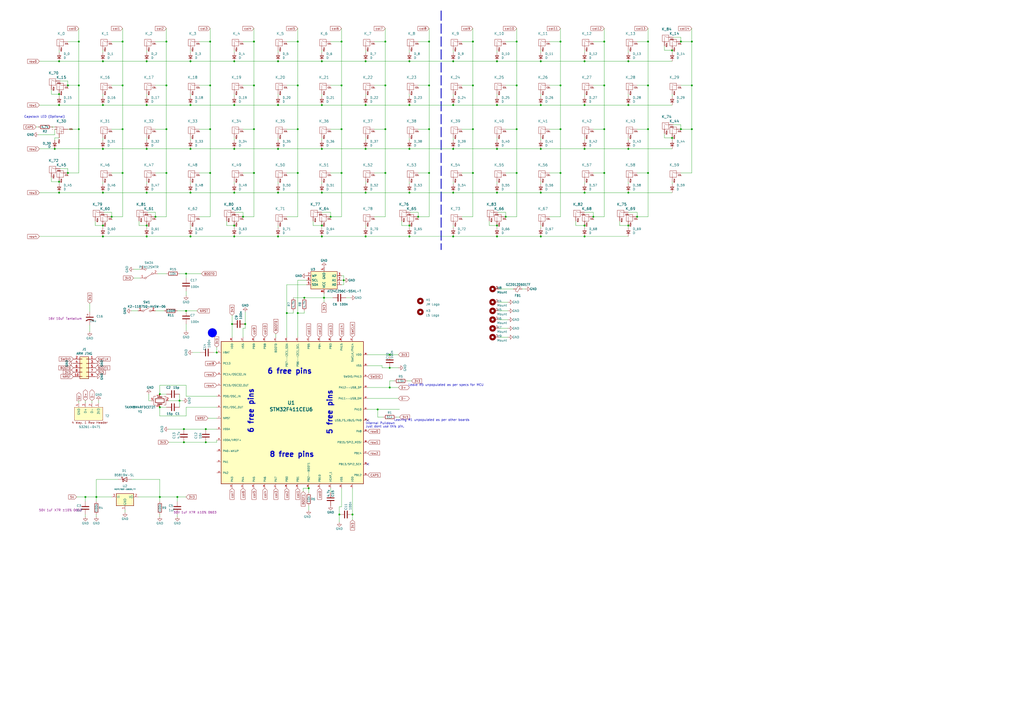
<source format=kicad_sch>
(kicad_sch (version 20230121) (generator eeschema)
  (paper "A2")
  (junction (at 85.09 35.56))
  (junction (at 339.09 137.16))
  (junction (at 121.92 24.13))
  (junction (at 248.92 74.93))
  (junction (at 166.37 181.61))
  (junction (at 339.09 35.56))
  (junction (at 339.09 111.76))
  (junction (at 125.73 204.47))
  (junction (at 121.92 74.93))
  (junction (at 121.92 100.33))
  (junction (at 172.72 24.13))
  (junction (at 299.72 24.13))
  (junction (at 223.52 24.13))
  (junction (at 198.12 24.13))
  (junction (at 248.92 49.53))
  (junction (at 237.49 111.76))
  (junction (at 226.06 224.79))
  (junction (at 107.95 180.34))
  (junction (at 110.49 137.16))
  (junction (at 262.89 86.36))
  (junction (at 389.89 29.21))
  (junction (at 350.52 49.53))
  (junction (at 96.52 100.33))
  (junction (at 161.29 111.76))
  (junction (at 161.29 86.36))
  (junction (at 96.52 74.93))
  (junction (at 142.24 187.96))
  (junction (at 237.49 60.96))
  (junction (at 186.69 86.36))
  (junction (at 187.96 172.72))
  (junction (at 135.89 111.76))
  (junction (at 119.38 248.92))
  (junction (at 262.89 60.96))
  (junction (at 147.32 74.93))
  (junction (at 102.87 288.29))
  (junction (at 135.89 60.96))
  (junction (at 34.29 111.76))
  (junction (at 394.97 74.93))
  (junction (at 288.29 35.56))
  (junction (at 248.92 24.13))
  (junction (at 92.71 236.22))
  (junction (at 313.69 137.16))
  (junction (at 71.12 49.53))
  (junction (at 59.69 130.81))
  (junction (at 375.92 24.13))
  (junction (at 59.69 35.56))
  (junction (at 262.89 137.16))
  (junction (at 350.52 100.33))
  (junction (at 299.72 100.33))
  (junction (at 121.92 49.53))
  (junction (at 350.52 74.93))
  (junction (at 196.85 298.45))
  (junction (at 223.52 100.33))
  (junction (at 364.49 130.81))
  (junction (at 186.69 60.96))
  (junction (at 223.52 74.93))
  (junction (at 31.75 86.36))
  (junction (at 364.49 35.56))
  (junction (at 59.69 86.36))
  (junction (at 110.49 86.36))
  (junction (at 85.09 137.16))
  (junction (at 339.09 86.36))
  (junction (at 199.39 162.56))
  (junction (at 248.92 100.33))
  (junction (at 34.29 54.61))
  (junction (at 172.72 100.33))
  (junction (at 204.47 298.45))
  (junction (at 55.88 288.29))
  (junction (at 226.06 213.36))
  (junction (at 110.49 35.56))
  (junction (at 339.09 130.81))
  (junction (at 191.77 125.73))
  (junction (at 237.49 35.56))
  (junction (at 226.06 205.74))
  (junction (at 45.72 49.53))
  (junction (at 110.49 111.76))
  (junction (at 375.92 49.53))
  (junction (at 179.07 283.21))
  (junction (at 401.32 74.93))
  (junction (at 135.89 35.56))
  (junction (at 34.29 35.56))
  (junction (at 325.12 74.93))
  (junction (at 288.29 111.76))
  (junction (at 104.14 232.41))
  (junction (at 71.12 24.13))
  (junction (at 161.29 60.96))
  (junction (at 119.38 256.54))
  (junction (at 313.69 35.56))
  (junction (at 274.32 49.53))
  (junction (at 325.12 100.33))
  (junction (at 274.32 100.33))
  (junction (at 45.72 74.93))
  (junction (at 85.09 86.36))
  (junction (at 212.09 35.56))
  (junction (at 375.92 100.33))
  (junction (at 369.57 125.73))
  (junction (at 110.49 60.96))
  (junction (at 140.97 125.73))
  (junction (at 212.09 137.16))
  (junction (at 274.32 24.13))
  (junction (at 219.075 237.49))
  (junction (at 107.95 158.75))
  (junction (at 96.52 24.13))
  (junction (at 288.29 60.96))
  (junction (at 172.72 181.61))
  (junction (at 237.49 137.16))
  (junction (at 90.17 125.73))
  (junction (at 147.32 100.33))
  (junction (at 223.52 49.53))
  (junction (at 237.49 130.81))
  (junction (at 59.69 137.16))
  (junction (at 375.92 74.93))
  (junction (at 325.12 49.53))
  (junction (at 364.49 60.96))
  (junction (at 147.32 24.13))
  (junction (at 242.57 125.73))
  (junction (at 135.89 130.81))
  (junction (at 39.37 49.53))
  (junction (at 401.32 24.13))
  (junction (at 92.71 228.6))
  (junction (at 59.69 111.76))
  (junction (at 59.69 60.96))
  (junction (at 71.12 100.33))
  (junction (at 288.29 137.16))
  (junction (at 85.09 130.81))
  (junction (at 313.69 86.36))
  (junction (at 288.29 130.81))
  (junction (at 161.29 35.56))
  (junction (at 274.32 74.93))
  (junction (at 85.09 111.76))
  (junction (at 299.72 49.53))
  (junction (at 96.52 49.53))
  (junction (at 212.09 60.96))
  (junction (at 198.12 74.93))
  (junction (at 364.49 86.36))
  (junction (at 34.29 60.96))
  (junction (at 401.32 49.53))
  (junction (at 293.37 125.73))
  (junction (at 135.89 86.36))
  (junction (at 92.71 288.29))
  (junction (at 389.89 80.01))
  (junction (at 134.62 187.96))
  (junction (at 262.89 111.76))
  (junction (at 325.12 24.13))
  (junction (at 106.68 256.54))
  (junction (at 106.68 248.92))
  (junction (at 313.69 60.96))
  (junction (at 186.69 137.16))
  (junction (at 49.53 288.29))
  (junction (at 313.69 111.76))
  (junction (at 198.12 100.33))
  (junction (at 288.29 86.36))
  (junction (at 172.72 49.53))
  (junction (at 212.09 86.36))
  (junction (at 64.77 125.73))
  (junction (at 394.97 24.13))
  (junction (at 186.69 111.76))
  (junction (at 135.89 137.16))
  (junction (at 34.29 105.41))
  (junction (at 350.52 24.13))
  (junction (at 85.09 60.96))
  (junction (at 147.32 49.53))
  (junction (at 186.69 130.81))
  (junction (at 161.29 137.16))
  (junction (at 198.12 49.53))
  (junction (at 186.69 35.56))
  (junction (at 339.09 60.96))
  (junction (at 71.12 74.93))
  (junction (at 176.53 172.72))
  (junction (at 364.49 111.76))
  (junction (at 45.72 24.13))
  (junction (at 237.49 86.36))
  (junction (at 172.72 74.93))
  (junction (at 344.17 125.73))
  (junction (at 299.72 74.93))
  (junction (at 39.37 100.33))
  (junction (at 212.09 111.76))
  (junction (at 262.89 35.56))
  (no_connect (at 213.36 243.84))
  (no_connect (at 213.36 269.24))
  (wire (pts (xy 181.61 128.27) (xy 181.61 130.81)))
  (wire (pts (xy 90.17 125.73) (xy 96.52 125.73)))
  (wire (pts (xy 181.61 130.81) (xy 186.69 130.81)))
  (wire (pts (xy 401.32 100.33) (xy 401.32 74.93)))
  (wire (pts (xy 223.52 74.93) (xy 223.52 49.53)))
  (wire (pts (xy 34.29 29.21) (xy 34.29 30.48)))
  (wire (pts (xy 80.645 128.27) (xy 80.645 130.81)))
  (wire (pts (xy 134.62 187.96) (xy 134.62 195.58)))
  (wire (pts (xy 369.57 24.13) (xy 375.92 24.13)))
  (wire (pts (xy 288.29 86.36) (xy 313.69 86.36)))
  (wire (pts (xy 96.52 16.51) (xy 96.52 24.13)))
  (wire (pts (xy 107.95 241.3) (xy 107.95 236.22)))
  (wire (pts (xy 339.09 60.96) (xy 364.49 60.96)))
  (wire (pts (xy 204.47 301.625) (xy 204.47 298.45)))
  (wire (pts (xy 191.77 24.13) (xy 198.12 24.13)))
  (wire (pts (xy 140.97 190.5) (xy 140.97 195.58)))
  (wire (pts (xy 364.49 105.41) (xy 364.49 106.68)))
  (wire (pts (xy 22.86 35.56) (xy 34.29 35.56)))
  (wire (pts (xy 172.72 181.61) (xy 176.53 181.61)))
  (wire (pts (xy 350.52 24.13) (xy 350.52 49.53)))
  (wire (pts (xy 170.18 172.72) (xy 176.53 172.72)))
  (wire (pts (xy 339.09 86.36) (xy 364.49 86.36)))
  (wire (pts (xy 237.49 105.41) (xy 237.49 106.68)))
  (wire (pts (xy 262.89 60.96) (xy 288.29 60.96)))
  (wire (pts (xy 55.88 288.29) (xy 55.88 278.13)))
  (wire (pts (xy 289.56 180.34) (xy 294.64 180.34)))
  (wire (pts (xy 110.49 105.41) (xy 110.49 106.68)))
  (wire (pts (xy 289.56 175.26) (xy 294.64 175.26)))
  (wire (pts (xy 288.29 60.96) (xy 313.69 60.96)))
  (wire (pts (xy 212.09 80.01) (xy 212.09 81.28)))
  (wire (pts (xy 186.69 111.76) (xy 212.09 111.76)))
  (wire (pts (xy 242.57 74.93) (xy 248.92 74.93)))
  (wire (pts (xy 299.72 74.93) (xy 299.72 49.53)))
  (wire (pts (xy 121.92 24.13) (xy 121.92 49.53)))
  (wire (pts (xy 213.36 224.79) (xy 226.06 224.79)))
  (wire (pts (xy 106.68 248.92) (xy 119.38 248.92)))
  (wire (pts (xy 34.29 105.41) (xy 34.29 106.68)))
  (wire (pts (xy 369.57 74.93) (xy 375.92 74.93)))
  (wire (pts (xy 29.845 102.87) (xy 29.845 105.41)))
  (wire (pts (xy 147.32 100.33) (xy 147.32 74.93)))
  (wire (pts (xy 161.29 130.81) (xy 161.29 132.08)))
  (wire (pts (xy 39.37 74.93) (xy 45.72 74.93)))
  (wire (pts (xy 31.75 78.105) (xy 31.75 74.93)))
  (wire (pts (xy 219.075 237.49) (xy 231.775 237.49)))
  (wire (pts (xy 135.89 111.76) (xy 161.29 111.76)))
  (wire (pts (xy 140.97 24.13) (xy 147.32 24.13)))
  (wire (pts (xy 136.525 123.19) (xy 140.97 123.19)))
  (wire (pts (xy 34.925 46.99) (xy 39.37 46.99)))
  (wire (pts (xy 86.36 232.41) (xy 87.63 232.41)))
  (wire (pts (xy 212.09 105.41) (xy 212.09 106.68)))
  (wire (pts (xy 107.95 158.75) (xy 107.95 161.29)))
  (wire (pts (xy 110.49 130.81) (xy 110.49 132.08)))
  (wire (pts (xy 96.52 74.93) (xy 96.52 49.53)))
  (wire (pts (xy 161.29 137.16) (xy 186.69 137.16)))
  (wire (pts (xy 198.12 74.93) (xy 198.12 49.53)))
  (wire (pts (xy 49.53 299.72) (xy 49.53 298.45)))
  (wire (pts (xy 199.39 160.02) (xy 199.39 162.56)))
  (wire (pts (xy 106.045 232.41) (xy 104.14 232.41)))
  (wire (pts (xy 364.49 60.96) (xy 389.89 60.96)))
  (wire (pts (xy 92.71 236.22) (xy 92.71 241.3)))
  (wire (pts (xy 364.49 54.61) (xy 364.49 55.88)))
  (wire (pts (xy 262.89 86.36) (xy 288.29 86.36)))
  (wire (pts (xy 267.97 24.13) (xy 274.32 24.13)))
  (wire (pts (xy 179.07 295.91) (xy 179.07 293.37)))
  (wire (pts (xy 39.37 24.13) (xy 45.72 24.13)))
  (wire (pts (xy 34.29 111.76) (xy 59.69 111.76)))
  (wire (pts (xy 313.69 54.61) (xy 313.69 55.88)))
  (wire (pts (xy 274.32 24.13) (xy 274.32 49.53)))
  (wire (pts (xy 85.09 80.01) (xy 85.09 81.28)))
  (wire (pts (xy 226.06 213.36) (xy 231.14 213.36)))
  (wire (pts (xy 198.12 294.005) (xy 196.85 294.005)))
  (wire (pts (xy 299.72 24.13) (xy 299.72 49.53)))
  (wire (pts (xy 186.69 54.61) (xy 186.69 55.88)))
  (wire (pts (xy 199.39 165.1) (xy 199.39 162.56)))
  (wire (pts (xy 299.72 125.73) (xy 299.72 100.33)))
  (wire (pts (xy 29.845 73.66) (xy 31.75 73.66)))
  (wire (pts (xy 288.29 35.56) (xy 313.69 35.56)))
  (wire (pts (xy 92.71 299.72) (xy 92.71 298.45)))
  (wire (pts (xy 248.92 125.73) (xy 248.92 100.33)))
  (wire (pts (xy 97.79 248.92) (xy 106.68 248.92)))
  (wire (pts (xy 161.29 105.41) (xy 161.29 106.68)))
  (wire (pts (xy 80.137 288.29) (xy 92.71 288.29)))
  (wire (pts (xy 288.29 105.41) (xy 288.29 106.68)))
  (wire (pts (xy 325.12 24.13) (xy 325.12 49.53)))
  (wire (pts (xy 318.77 125.73) (xy 325.12 125.73)))
  (wire (pts (xy 198.12 24.13) (xy 198.12 49.53)))
  (wire (pts (xy 198.12 160.02) (xy 199.39 160.02)))
  (wire (pts (xy 262.89 105.41) (xy 262.89 106.68)))
  (wire (pts (xy 125.73 255.27) (xy 125.73 256.54)))
  (wire (pts (xy 223.52 100.33) (xy 223.52 74.93)))
  (wire (pts (xy 71.12 24.13) (xy 71.12 49.53)))
  (wire (pts (xy 375.92 100.33) (xy 375.92 74.93)))
  (wire (pts (xy 313.69 86.36) (xy 339.09 86.36)))
  (wire (pts (xy 248.92 74.93) (xy 248.92 49.53)))
  (wire (pts (xy 339.09 35.56) (xy 364.49 35.56)))
  (wire (pts (xy 96.52 24.13) (xy 96.52 49.53)))
  (wire (pts (xy 71.12 100.33) (xy 71.12 74.93)))
  (wire (pts (xy 242.57 125.73) (xy 248.92 125.73)))
  (wire (pts (xy 364.49 29.21) (xy 364.49 30.48)))
  (wire (pts (xy 57.15 232.41) (xy 57.15 233.68)))
  (wire (pts (xy 85.09 86.36) (xy 110.49 86.36)))
  (wire (pts (xy 389.89 54.61) (xy 389.89 55.88)))
  (wire (pts (xy 53.34 232.41) (xy 53.34 233.68)))
  (wire (pts (xy 166.37 125.73) (xy 172.72 125.73)))
  (wire (pts (xy 186.69 137.16) (xy 212.09 137.16)))
  (wire (pts (xy 198.12 165.1) (xy 199.39 165.1)))
  (wire (pts (xy 299.72 16.51) (xy 299.72 24.13)))
  (wire (pts (xy 288.29 111.76) (xy 313.69 111.76)))
  (wire (pts (xy 385.445 26.67) (xy 385.445 29.21)))
  (wire (pts (xy 90.17 24.13) (xy 96.52 24.13)))
  (wire (pts (xy 140.97 74.93) (xy 147.32 74.93)))
  (polyline (pts (xy 255.905 6.35) (xy 255.905 144.78)) (stroke (width 0.5) (type dash)))
  (wire (pts (xy 318.77 24.13) (xy 325.12 24.13)))
  (wire (pts (xy 359.41 128.27) (xy 359.41 130.81)))
  (wire (pts (xy 198.12 125.73) (xy 198.12 100.33)))
  (wire (pts (xy 111.76 204.47) (xy 116.205 204.47)))
  (wire (pts (xy 394.97 72.39) (xy 394.97 74.93)))
  (wire (pts (xy 85.09 35.56) (xy 110.49 35.56)))
  (wire (pts (xy 262.89 130.81) (xy 262.89 132.08)))
  (wire (pts (xy 350.52 100.33) (xy 350.52 74.93)))
  (wire (pts (xy 166.37 100.33) (xy 172.72 100.33)))
  (wire (pts (xy 107.95 171.45) (xy 107.95 168.91)))
  (wire (pts (xy 20.955 73.66) (xy 22.225 73.66)))
  (wire (pts (xy 375.92 16.51) (xy 375.92 24.13)))
  (wire (pts (xy 226.06 205.74) (xy 231.14 205.74)))
  (wire (pts (xy 142.24 187.96) (xy 142.24 190.5)))
  (wire (pts (xy 85.725 123.19) (xy 90.17 123.19)))
  (wire (pts (xy 313.69 111.76) (xy 339.09 111.76)))
  (wire (pts (xy 140.97 125.73) (xy 147.32 125.73)))
  (wire (pts (xy 147.32 125.73) (xy 147.32 100.33)))
  (wire (pts (xy 313.69 137.16) (xy 339.09 137.16)))
  (wire (pts (xy 339.09 111.76) (xy 364.49 111.76)))
  (wire (pts (xy 85.09 137.16) (xy 110.49 137.16)))
  (wire (pts (xy 364.49 111.76) (xy 389.89 111.76)))
  (wire (pts (xy 161.29 29.21) (xy 161.29 30.48)))
  (wire (pts (xy 92.71 288.29) (xy 92.71 278.13)))
  (wire (pts (xy 233.045 130.81) (xy 237.49 130.81)))
  (wire (pts (xy 161.29 86.36) (xy 186.69 86.36)))
  (wire (pts (xy 172.72 74.93) (xy 172.72 49.53)))
  (wire (pts (xy 31.75 86.36) (xy 59.69 86.36)))
  (wire (pts (xy 80.645 130.81) (xy 85.09 130.81)))
  (wire (pts (xy 29.845 52.07) (xy 29.845 54.61)))
  (wire (pts (xy 385.445 77.47) (xy 385.445 80.01)))
  (wire (pts (xy 390.525 21.59) (xy 394.97 21.59)))
  (wire (pts (xy 262.89 54.61) (xy 262.89 55.88)))
  (wire (pts (xy 389.89 80.01) (xy 389.89 81.28)))
  (wire (pts (xy 34.29 80.01) (xy 31.75 80.01)))
  (wire (pts (xy 106.68 256.54) (xy 119.38 256.54)))
  (wire (pts (xy 186.69 130.81) (xy 186.69 132.08)))
  (wire (pts (xy 313.69 105.41) (xy 313.69 106.68)))
  (wire (pts (xy 389.89 29.21) (xy 389.89 30.48)))
  (wire (pts (xy 59.69 60.96) (xy 85.09 60.96)))
  (wire (pts (xy 186.69 123.19) (xy 191.77 123.19)))
  (wire (pts (xy 52.07 192.405) (xy 52.07 188.595)))
  (wire (pts (xy 283.845 130.81) (xy 288.29 130.81)))
  (wire (pts (xy 142.24 180.975) (xy 142.24 187.96)))
  (wire (pts (xy 242.57 49.53) (xy 248.92 49.53)))
  (wire (pts (xy 31.75 80.01) (xy 31.75 81.28)))
  (wire (pts (xy 172.72 100.33) (xy 172.72 74.93)))
  (wire (pts (xy 90.17 180.34) (xy 95.25 180.34)))
  (wire (pts (xy 369.57 125.73) (xy 375.92 125.73)))
  (wire (pts (xy 299.72 100.33) (xy 299.72 74.93)))
  (wire (pts (xy 325.12 74.93) (xy 325.12 49.53)))
  (wire (pts (xy 34.29 60.96) (xy 59.69 60.96)))
  (wire (pts (xy 364.49 80.01) (xy 364.49 81.28)))
  (wire (pts (xy 293.37 49.53) (xy 299.72 49.53)))
  (wire (pts (xy 390.525 72.39) (xy 394.97 72.39)))
  (wire (pts (xy 64.77 74.93) (xy 71.12 74.93)))
  (wire (pts (xy 39.37 49.53) (xy 45.72 49.53)))
  (wire (pts (xy 172.72 125.73) (xy 172.72 100.33)))
  (wire (pts (xy 293.37 74.93) (xy 299.72 74.93)))
  (wire (pts (xy 85.09 105.41) (xy 85.09 106.68)))
  (wire (pts (xy 186.69 29.21) (xy 186.69 30.48)))
  (wire (pts (xy 350.52 16.51) (xy 350.52 24.13)))
  (wire (pts (xy 196.85 294.005) (xy 196.85 298.45)))
  (wire (pts (xy 22.86 111.76) (xy 34.29 111.76)))
  (wire (pts (xy 125.73 229.87) (xy 107.95 229.87)))
  (wire (pts (xy 110.49 80.01) (xy 110.49 81.28)))
  (wire (pts (xy 203.2 172.72) (xy 200.66 172.72)))
  (wire (pts (xy 186.69 60.96) (xy 212.09 60.96)))
  (wire (pts (xy 140.97 100.33) (xy 147.32 100.33)))
  (wire (pts (xy 237.49 111.76) (xy 262.89 111.76)))
  (wire (pts (xy 85.09 111.76) (xy 110.49 111.76)))
  (wire (pts (xy 59.69 29.21) (xy 59.69 30.48)))
  (wire (pts (xy 237.49 86.36) (xy 262.89 86.36)))
  (wire (pts (xy 64.77 123.19) (xy 64.77 125.73)))
  (wire (pts (xy 86.36 232.41) (xy 86.36 228.6)))
  (wire (pts (xy 90.17 49.53) (xy 96.52 49.53)))
  (wire (pts (xy 59.69 86.36) (xy 85.09 86.36)))
  (wire (pts (xy 226.06 220.98) (xy 228.6 220.98)))
  (wire (pts (xy 313.69 60.96) (xy 339.09 60.96)))
  (wire (pts (xy 52.07 175.895) (xy 52.07 180.975)))
  (wire (pts (xy 131.445 128.27) (xy 131.445 130.81)))
  (wire (pts (xy 267.97 49.53) (xy 274.32 49.53)))
  (wire (pts (xy 226.06 224.79) (xy 226.06 220.98)))
  (wire (pts (xy 223.52 125.73) (xy 217.17 125.73)))
  (wire (pts (xy 186.69 105.41) (xy 186.69 106.68)))
  (wire (pts (xy 49.53 288.29) (xy 49.53 290.83)))
  (wire (pts (xy 364.49 35.56) (xy 389.89 35.56)))
  (wire (pts (xy 212.09 137.16) (xy 237.49 137.16)))
  (wire (pts (xy 248.92 24.13) (xy 248.92 49.53)))
  (wire (pts (xy 213.36 205.74) (xy 226.06 205.74)))
  (wire (pts (xy 217.17 100.33) (xy 223.52 100.33)))
  (wire (pts (xy 369.57 123.19) (xy 369.57 125.73)))
  (wire (pts (xy 76.2 278.13) (xy 92.71 278.13)))
  (wire (pts (xy 123.825 204.47) (xy 125.73 204.47)))
  (wire (pts (xy 401.32 74.93) (xy 401.32 49.53)))
  (wire (pts (xy 199.39 162.56) (xy 198.12 162.56)))
  (wire (pts (xy 213.36 231.14) (xy 231.14 231.14)))
  (wire (pts (xy 92.71 288.29) (xy 102.87 288.29)))
  (wire (pts (xy 85.09 54.61) (xy 85.09 55.88)))
  (wire (pts (xy 176.53 172.72) (xy 187.96 172.72)))
  (wire (pts (xy 187.96 170.18) (xy 187.96 172.72)))
  (wire (pts (xy 140.97 49.53) (xy 147.32 49.53)))
  (wire (pts (xy 90.17 123.19) (xy 90.17 125.73)))
  (wire (pts (xy 375.92 74.93) (xy 375.92 49.53)))
  (wire (pts (xy 102.87 288.29) (xy 107.95 288.29)))
  (wire (pts (xy 313.69 35.56) (xy 339.09 35.56)))
  (wire (pts (xy 302.895 167.64) (xy 304.8 167.64)))
  (wire (pts (xy 385.445 29.21) (xy 389.89 29.21)))
  (wire (pts (xy 107.95 180.34) (xy 114.3 180.34)))
  (wire (pts (xy 242.57 24.13) (xy 248.92 24.13)))
  (wire (pts (xy 267.97 125.73) (xy 274.32 125.73)))
  (wire (pts (xy 76.2 180.34) (xy 80.01 180.34)))
  (wire (pts (xy 344.17 49.53) (xy 350.52 49.53)))
  (wire (pts (xy 45.72 232.41) (xy 45.72 233.68)))
  (wire (pts (xy 107.95 236.22) (xy 125.73 236.22)))
  (wire (pts (xy 55.245 130.81) (xy 59.69 130.81)))
  (wire (pts (xy 221.615 212.09) (xy 221.615 213.36)))
  (wire (pts (xy 191.77 74.93) (xy 198.12 74.93)))
  (wire (pts (xy 325.12 16.51) (xy 325.12 24.13)))
  (wire (pts (xy 59.69 54.61) (xy 59.69 55.88)))
  (wire (pts (xy 97.79 256.54) (xy 106.68 256.54)))
  (wire (pts (xy 288.29 29.21) (xy 288.29 30.48)))
  (wire (pts (xy 96.52 125.73) (xy 96.52 100.33)))
  (wire (pts (xy 198.12 16.51) (xy 198.12 24.13)))
  (wire (pts (xy 107.95 229.87) (xy 107.95 223.52)))
  (wire (pts (xy 177.8 165.1) (xy 166.37 165.1)))
  (wire (pts (xy 233.045 128.27) (xy 233.045 130.81)))
  (wire (pts (xy 344.17 125.73) (xy 350.52 125.73)))
  (wire (pts (xy 135.89 29.21) (xy 135.89 30.48)))
  (wire (pts (xy 369.57 100.33) (xy 375.92 100.33)))
  (wire (pts (xy 85.09 130.81) (xy 85.09 132.08)))
  (wire (pts (xy 198.12 100.33) (xy 198.12 74.93)))
  (wire (pts (xy 92.71 241.3) (xy 107.95 241.3)))
  (wire (pts (xy 375.92 24.13) (xy 375.92 49.53)))
  (wire (pts (xy 237.49 54.61) (xy 237.49 55.88)))
  (wire (pts (xy 110.49 137.16) (xy 135.89 137.16)))
  (wire (pts (xy 364.49 123.19) (xy 369.57 123.19)))
  (wire (pts (xy 267.97 100.33) (xy 274.32 100.33)))
  (wire (pts (xy 135.89 130.81) (xy 135.89 132.08)))
  (wire (pts (xy 102.87 180.34) (xy 107.95 180.34)))
  (wire (pts (xy 166.37 165.1) (xy 166.37 181.61)))
  (wire (pts (xy 212.09 29.21) (xy 212.09 30.48)))
  (wire (pts (xy 110.49 60.96) (xy 135.89 60.96)))
  (wire (pts (xy 59.69 80.01) (xy 59.69 81.28)))
  (wire (pts (xy 334.01 130.81) (xy 339.09 130.81)))
  (wire (pts (xy 135.89 35.56) (xy 161.29 35.56)))
  (wire (pts (xy 172.72 162.56) (xy 177.8 162.56)))
  (wire (pts (xy 34.925 97.79) (xy 39.37 97.79)))
  (wire (pts (xy 394.97 74.93) (xy 401.32 74.93)))
  (wire (pts (xy 125.73 201.295) (xy 125.73 204.47)))
  (wire (pts (xy 102.87 288.29) (xy 102.87 290.83)))
  (wire (pts (xy 212.09 35.56) (xy 237.49 35.56)))
  (wire (pts (xy 119.38 248.92) (xy 125.73 248.92)))
  (wire (pts (xy 293.37 24.13) (xy 299.72 24.13)))
  (wire (pts (xy 223.52 16.51) (xy 223.52 24.13)))
  (wire (pts (xy 289.56 185.42) (xy 294.64 185.42)))
  (wire (pts (xy 135.89 105.41) (xy 135.89 106.68)))
  (wire (pts (xy 71.12 16.51) (xy 71.12 24.13)))
  (wire (pts (xy 339.09 137.16) (xy 364.49 137.16)))
  (wire (pts (xy 59.69 105.41) (xy 59.69 106.68)))
  (wire (pts (xy 364.49 130.81) (xy 364.49 132.08)))
  (wire (pts (xy 179.07 283.21) (xy 179.07 285.75)))
  (wire (pts (xy 166.37 74.93) (xy 172.72 74.93)))
  (wire (pts (xy 344.17 100.33) (xy 350.52 100.33)))
  (wire (pts (xy 147.32 16.51) (xy 147.32 24.13)))
  (wire (pts (xy 59.69 35.56) (xy 85.09 35.56)))
  (wire (pts (xy 131.445 130.81) (xy 135.89 130.81)))
  (wire (pts (xy 134.62 182.88) (xy 134.62 187.96)))
  (wire (pts (xy 274.32 100.33) (xy 274.32 74.93)))
  (wire (pts (xy 344.17 123.19) (xy 344.17 125.73)))
  (wire (pts (xy 191.77 283.21) (xy 191.77 285.75)))
  (wire (pts (xy 121.92 74.93) (xy 121.92 49.53)))
  (wire (pts (xy 274.32 74.93) (xy 274.32 49.53)))
  (wire (pts (xy 212.09 86.36) (xy 237.49 86.36)))
  (wire (pts (xy 289.56 167.64) (xy 297.815 167.64)))
  (wire (pts (xy 121.92 100.33) (xy 121.92 74.93)))
  (wire (pts (xy 226.06 224.79) (xy 231.14 224.79)))
  (wire (pts (xy 91.44 158.75) (xy 96.52 158.75)))
  (wire (pts (xy 55.88 278.13) (xy 68.58 278.13)))
  (wire (pts (xy 313.69 29.21) (xy 313.69 30.48)))
  (wire (pts (xy 394.97 100.33) (xy 401.32 100.33)))
  (wire (pts (xy 339.09 80.01) (xy 339.09 81.28)))
  (wire (pts (xy 248.92 100.33) (xy 248.92 74.93)))
  (wire (pts (xy 217.17 74.93) (xy 223.52 74.93)))
  (wire (pts (xy 175.895 285.115) (xy 175.895 283.21)))
  (wire (pts (xy 375.92 125.73) (xy 375.92 100.33)))
  (wire (pts (xy 22.225 78.105) (xy 31.75 78.105)))
  (wire (pts (xy 161.29 60.96) (xy 186.69 60.96)))
  (wire (pts (xy 191.77 49.53) (xy 198.12 49.53)))
  (wire (pts (xy 92.71 228.6) (xy 96.52 228.6)))
  (wire (pts (xy 115.57 74.93) (xy 121.92 74.93)))
  (wire (pts (xy 92.71 288.29) (xy 92.71 290.83)))
  (wire (pts (xy 135.89 137.16) (xy 161.29 137.16)))
  (wire (pts (xy 186.69 86.36) (xy 212.09 86.36)))
  (wire (pts (xy 274.32 16.51) (xy 274.32 24.13)))
  (wire (pts (xy 175.895 283.21) (xy 179.07 283.21)))
  (wire (pts (xy 364.49 86.36) (xy 389.89 86.36)))
  (wire (pts (xy 334.01 128.27) (xy 334.01 130.81)))
  (wire (pts (xy 344.17 24.13) (xy 350.52 24.13)))
  (wire (pts (xy 325.12 125.73) (xy 325.12 100.33)))
  (wire (pts (xy 135.89 60.96) (xy 161.29 60.96)))
  (wire (pts (xy 107.95 191.77) (xy 107.95 187.96)))
  (wire (pts (xy 238.125 123.19) (xy 242.57 123.19)))
  (wire (pts (xy 110.49 54.61) (xy 110.49 55.88)))
  (wire (pts (xy 119.38 256.54) (xy 125.73 256.54)))
  (wire (pts (xy 318.77 74.93) (xy 325.12 74.93)))
  (wire (pts (xy 217.17 49.53) (xy 223.52 49.53)))
  (wire (pts (xy 92.71 236.22) (xy 96.52 236.22)))
  (wire (pts (xy 242.57 123.19) (xy 242.57 125.73)))
  (wire (pts (xy 49.53 288.29) (xy 55.88 288.29)))
  (wire (pts (xy 104.14 158.75) (xy 107.95 158.75)))
  (wire (pts (xy 350.52 74.93) (xy 350.52 49.53)))
  (wire (pts (xy 29.845 105.41) (xy 34.29 105.41)))
  (wire (pts (xy 107.95 158.75) (xy 116.84 158.75)))
  (wire (pts (xy 293.37 100.33) (xy 299.72 100.33)))
  (wire (pts (xy 72.517 295.91) (xy 72.517 297.18)))
  (wire (pts (xy 283.845 128.27) (xy 283.845 130.81)))
  (wire (pts (xy 81.28 156.21) (xy 77.47 156.21)))
  (wire (pts (xy 172.72 181.61) (xy 172.72 195.58)))
  (wire (pts (xy 262.89 80.01) (xy 262.89 81.28)))
  (wire (pts (xy 293.37 123.19) (xy 293.37 125.73)))
  (wire (pts (xy 318.77 100.33) (xy 325.12 100.33)))
  (wire (pts (xy 170.18 181.61) (xy 166.37 181.61)))
  (wire (pts (xy 318.77 49.53) (xy 325.12 49.53)))
  (wire (pts (xy 55.88 299.72) (xy 55.88 298.45)))
  (wire (pts (xy 237.49 130.81) (xy 237.49 132.08)))
  (wire (pts (xy 104.14 232.41) (xy 104.14 228.6)))
  (wire (pts (xy 217.17 24.13) (xy 223.52 24.13)))
  (wire (pts (xy 289.56 190.5) (xy 294.64 190.5)))
  (wire (pts (xy 121.92 16.51) (xy 121.92 24.13)))
  (wire (pts (xy 288.29 137.16) (xy 313.69 137.16)))
  (wire (pts (xy 45.72 74.93) (xy 45.72 49.53)))
  (wire (pts (xy 191.77 125.73) (xy 198.12 125.73)))
  (wire (pts (xy 60.325 123.19) (xy 64.77 123.19)))
  (wire (pts (xy 187.96 172.72) (xy 193.04 172.72)))
  (wire (pts (xy 55.88 288.29) (xy 64.897 288.29)))
  (wire (pts (xy 59.69 137.16) (xy 85.09 137.16)))
  (wire (pts (xy 55.88 288.29) (xy 55.88 290.83)))
  (wire (pts (xy 39.37 97.79) (xy 39.37 100.33)))
  (wire (pts (xy 172.72 162.56) (xy 172.72 181.61)))
  (wire (pts (xy 191.77 100.33) (xy 198.12 100.33)))
  (wire (pts (xy 222.25 241.935) (xy 219.075 241.935)))
  (wire (pts (xy 110.49 29.21) (xy 110.49 30.48)))
  (wire (pts (xy 325.12 100.33) (xy 325.12 74.93)))
  (wire (pts (xy 44.45 288.29) (xy 49.53 288.29)))
  (wire (pts (xy 115.57 100.33) (xy 121.92 100.33)))
  (wire (pts (xy 274.32 125.73) (xy 274.32 100.33)))
  (wire (pts (xy 161.29 111.76) (xy 186.69 111.76)))
  (wire (pts (xy 339.09 54.61) (xy 339.09 55.88)))
  (wire (pts (xy 22.86 137.16) (xy 59.69 137.16)))
  (wire (pts (xy 267.97 74.93) (xy 274.32 74.93)))
  (wire (pts (xy 344.17 74.93) (xy 350.52 74.93)))
  (wire (pts (xy 339.09 130.81) (xy 339.09 132.08)))
  (wire (pts (xy 161.29 54.61) (xy 161.29 55.88)))
  (wire (pts (xy 262.89 111.76) (xy 288.29 111.76)))
  (wire (pts (xy 85.09 60.96) (xy 110.49 60.96)))
  (wire (pts (xy 107.95 223.52) (xy 92.71 223.52)))
  (wire (pts (xy 359.41 130.81) (xy 364.49 130.81)))
  (wire (pts (xy 64.77 24.13) (xy 71.12 24.13)))
  (wire (pts (xy 45.72 100.33) (xy 45.72 74.93)))
  (wire (pts (xy 223.52 24.13) (xy 223.52 49.53)))
  (wire (pts (xy 39.37 100.33) (xy 45.72 100.33)))
  (wire (pts (xy 97.79 232.41) (xy 104.14 232.41)))
  (wire (pts (xy 22.86 86.36) (xy 31.75 86.36)))
  (wire (pts (xy 45.72 16.51) (xy 45.72 24.13)))
  (wire (pts (xy 102.87 299.72) (xy 102.87 298.45)))
  (wire (pts (xy 59.69 130.81) (xy 59.69 132.08)))
  (wire (pts (xy 45.72 24.13) (xy 45.72 49.53)))
  (wire (pts (xy 394.97 49.53) (xy 401.32 49.53)))
  (wire (pts (xy 237.49 60.96) (xy 262.89 60.96)))
  (wire (pts (xy 115.57 24.13) (xy 121.92 24.13)))
  (wire (pts (xy 135.89 86.36) (xy 161.29 86.36)))
  (wire (pts (xy 350.52 125.73) (xy 350.52 100.33)))
  (wire (pts (xy 394.97 21.59) (xy 394.97 24.13)))
  (wire (pts (xy 262.89 35.56) (xy 288.29 35.56)))
  (wire (pts (xy 34.29 35.56) (xy 59.69 35.56)))
  (wire (pts (xy 90.17 74.93) (xy 96.52 74.93)))
  (wire (pts (xy 237.49 35.56) (xy 262.89 35.56)))
  (wire (pts (xy 22.86 60.96) (xy 34.29 60.96)))
  (wire (pts (xy 115.57 125.73) (xy 121.92 125.73)))
  (wire (pts (xy 389.89 105.41) (xy 389.89 106.68)))
  (wire (pts (xy 385.445 80.01) (xy 389.89 80.01)))
  (wire (pts (xy 212.09 54.61) (xy 212.09 55.88)))
  (wire (pts (xy 147.32 74.93) (xy 147.32 49.53)))
  (wire (pts (xy 161.29 80.01) (xy 161.29 81.28)))
  (wire (pts (xy 71.12 74.93) (xy 71.12 49.53)))
  (wire (pts (xy 242.57 100.33) (xy 248.92 100.33)))
  (wire (pts (xy 172.72 16.51) (xy 172.72 24.13)))
  (wire (pts (xy 85.09 29.21) (xy 85.09 30.48)))
  (wire (pts (xy 77.47 161.29) (xy 81.28 161.29)))
  (wire (pts (xy 110.49 86.36) (xy 135.89 86.36)))
  (wire (pts (xy 198.12 283.21) (xy 198.12 294.005)))
  (wire (pts (xy 213.36 212.09) (xy 221.615 212.09)))
  (wire (pts (xy 237.49 80.01) (xy 237.49 81.28)))
  (wire (pts (xy 369.57 49.53) (xy 375.92 49.53)))
  (wire (pts (xy 160.02 193.675) (xy 160.02 195.58)))
  (wire (pts (xy 170.18 180.34) (xy 170.18 181.61)))
  (wire (pts (xy 166.37 49.53) (xy 172.72 49.53)))
  (wire (pts (xy 115.57 49.53) (xy 121.92 49.53)))
  (wire (pts (xy 289.56 195.58) (xy 294.64 195.58)))
  (wire (pts (xy 186.69 80.01) (xy 186.69 81.28)))
  (wire (pts (xy 104.14 236.22) (xy 104.14 232.41)))
  (wire (pts (xy 187.96 172.72) (xy 187.96 175.26)))
  (wire (pts (xy 186.69 35.56) (xy 212.09 35.56)))
  (wire (pts (xy 223.52 100.33) (xy 223.52 125.73)))
  (wire (pts (xy 401.32 24.13) (xy 401.32 49.53)))
  (wire (pts (xy 288.29 54.61) (xy 288.29 55.88)))
  (wire (pts (xy 191.77 123.19) (xy 191.77 125.73)))
  (wire (pts (xy 166.37 24.13) (xy 172.72 24.13)))
  (wire (pts (xy 401.32 16.51) (xy 401.32 24.13)))
  (wire (pts (xy 196.85 302.895) (xy 196.85 298.45)))
  (wire (pts (xy 55.245 128.27) (xy 55.245 130.81)))
  (wire (pts (xy 166.37 181.61) (xy 166.37 195.58)))
  (wire (pts (xy 39.37 46.99) (xy 39.37 49.53)))
  (wire (pts (xy 212.09 130.81) (xy 212.09 132.08)))
  (wire (pts (xy 142.24 190.5) (xy 140.97 190.5)))
  (wire (pts (xy 236.22 220.98) (xy 238.76 220.98)))
  (wire (pts (xy 231.775 241.935) (xy 229.87 241.935)))
  (wire (pts (xy 237.49 29.21) (xy 237.49 30.48)))
  (wire (pts (xy 71.12 125.73) (xy 71.12 100.33)))
  (wire (pts (xy 288.29 80.01) (xy 288.29 81.28)))
  (wire (pts (xy 64.77 100.33) (xy 71.12 100.33)))
  (wire (pts (xy 213.36 237.49) (xy 219.075 237.49)))
  (wire (pts (xy 339.09 29.21) (xy 339.09 30.48)))
  (wire (pts (xy 212.09 60.96) (xy 237.49 60.96)))
  (wire (pts (xy 237.49 137.16) (xy 262.89 137.16)))
  (wire (pts (xy 110.49 35.56) (xy 135.89 35.56)))
  (wire (pts (xy 262.89 29.21) (xy 262.89 30.48)))
  (wire (pts (xy 34.29 54.61) (xy 34.29 55.88)))
  (wire (pts (xy 121.92 125.73) (xy 121.92 100.33)))
  (wire (pts (xy 90.17 100.33) (xy 96.52 100.33)))
  (wire (pts (xy 221.615 213.36) (xy 226.06 213.36)))
  (wire (pts (xy 313.69 130.81) (xy 313.69 132.08)))
  (wire (pts (xy 339.09 105.41) (xy 339.09 106.68)))
  (wire (pts (xy 120.65 242.57) (xy 125.73 242.57)))
  (wire (pts (xy 293.37 125.73) (xy 299.72 125.73)))
  (wire (pts (xy 313.69 80.01) (xy 313.69 81.28)))
  (wire (pts (xy 49.53 232.41) (xy 49.53 233.68)))
  (wire (pts (xy 147.32 24.13) (xy 147.32 49.53)))
  (wire (pts (xy 288.29 130.81) (xy 288.29 132.08)))
  (wire (pts (xy 64.77 125.73) (xy 71.12 125.73)))
  (wire (pts (xy 339.09 123.19) (xy 344.17 123.19)))
  (wire (pts (xy 262.89 137.16) (xy 288.29 137.16)))
  (wire (pts (xy 135.89 54.61) (xy 135.89 55.88)))
  (wire (pts (xy 288.925 123.19) (xy 293.37 123.19)))
  (wire (pts (xy 204.47 283.21) (xy 204.47 298.45)))
  (wire (pts (xy 176.53 180.34) (xy 176.53 181.61)))
  (wire (pts (xy 140.97 123.19) (xy 140.97 125.73)))
  (wire (pts (xy 248.92 16.51) (xy 248.92 24.13)))
  (wire (pts (xy 135.89 80.01) (xy 135.89 81.28)))
  (wire (pts (xy 172.72 24.13) (xy 172.72 49.53)))
  (wire (pts (xy 212.09 111.76) (xy 237.49 111.76)))
  (wire (pts (xy 92.71 223.52) (xy 92.71 228.6)))
  (wire (pts (xy 96.52 100.33) (xy 96.52 74.93)))
  (wire (pts (xy 110.49 111.76) (xy 135.89 111.76)))
  (wire (pts (xy 219.075 241.935) (xy 219.075 237.49)))
  (wire (pts (xy 29.845 54.61) (xy 34.29 54.61)))
  (wire (pts (xy 59.69 111.76) (xy 85.09 111.76)))
  (wire (pts (xy 64.77 49.53) (xy 71.12 49.53)))
  (wire (pts (xy 161.29 35.56) (xy 186.69 35.56)))
  (wire (pts (xy 394.97 24.13) (xy 401.32 24.13)))
  (circle (center 123.19 193.04) (radius 2.54) (fill (type color) (color 0 0 255 1)))
  (text "6 free pins" (at 147.32 251.46 90) (effects (font (size 3 3) (thickness 0.6) bold) (justify left bottom)))
  (text "5 free pins" (at 193.04 226.06 90) (effects (font (size 3 3) (thickness 0.6) bold) (justify right bottom)))
  (text "Capslock LED (Optional)" (at 13.97 68.58 0) (effects (font (size 1.27 1.27)) (justify left bottom)))
  (text "Leave R5 unpopulated as per specs for MCU" (at 236.855 224.155 0) (effects (font (size 1.27 1.27)) (justify left bottom)))
  (text "6 free pins" (at 154.94 217.17 0) (effects (font (size 3 3) (thickness 0.6) bold) (justify left bottom)))
  (text "Just dont use this pin." (at 212.09 248.285 0) (effects (font (size 1.27 1.27)) (justify left bottom)))
  (text "Leaving R1 unpopulated as per other boards" (at 228.6 244.475 0) (effects (font (size 1.27 1.27)) (justify left bottom)))
  (text "8 free pins" (at 156.21 265.43 0) (effects (font (size 3 3) (thickness 0.6) bold) (justify left bottom)))
  (text "Internal Pulldown" (at 212.09 246.38 0) (effects (font (size 1.27 1.27)) (justify left bottom)))
  (global_label "col12" (shape input) (at 350.52 16.51 180) (property "Intersheetrefs" "${INTERSHEET_REFS}" (effects hide)))
  (global_label "CAPS" (shape input) (at 213.36 275.59 0) (property "Intersheetrefs" "${INTERSHEET_REFS}" (effects hide)))
  (global_label "3V3" (shape input) (at 204.47 301.625 270) (property "Intersheetrefs" "${INTERSHEET_REFS}" (effects hide)))
  (global_label "BOOT1" (shape input) (at 55.245 213.36 0) (property "Intersheetrefs" "${INTERSHEET_REFS}" (effects hide)))
  (global_label "5V" (shape output) (at 45.72 232.41 90) (property "Intersheetrefs" "${INTERSHEET_REFS}" (effects hide)))
  (global_label "3V3" (shape input) (at 231.14 205.74 0) (property "Intersheetrefs" "${INTERSHEET_REFS}" (effects hide)))
  (global_label "D-" (shape bidirectional) (at 53.34 232.41 90) (property "Intersheetrefs" "${INTERSHEET_REFS}" (effects hide)))
  (global_label "row3" (shape input) (at 22.86 111.76 180) (property "Intersheetrefs" "${INTERSHEET_REFS}" (effects hide)))
  (global_label "3V3" (shape input) (at 125.73 201.295 90) (property "Intersheetrefs" "${INTERSHEET_REFS}" (effects hide)))
  (global_label "row4" (shape input) (at 125.73 223.52 180) (property "Intersheetrefs" "${INTERSHEET_REFS}" (effects hide)))
  (global_label "col2" (shape input) (at 166.37 283.21 270) (property "Intersheetrefs" "${INTERSHEET_REFS}" (effects hide)))
  (global_label "col7" (shape input) (at 134.62 283.21 270) (property "Intersheetrefs" "${INTERSHEET_REFS}" (effects hide)))
  (global_label "row0" (shape input) (at 213.36 250.19 0) (property "Intersheetrefs" "${INTERSHEET_REFS}" (effects hide)))
  (global_label "row1" (shape input) (at 22.86 60.96 180) (property "Intersheetrefs" "${INTERSHEET_REFS}" (effects hide)))
  (global_label "3V3" (shape input) (at 231.775 241.935 0) (property "Intersheetrefs" "${INTERSHEET_REFS}" (effects hide)))
  (global_label "col4" (shape input) (at 147.32 16.51 180) (property "Intersheetrefs" "${INTERSHEET_REFS}" (effects hide)))
  (global_label "col6" (shape input) (at 198.12 16.51 180) (property "Intersheetrefs" "${INTERSHEET_REFS}" (effects hide)))
  (global_label "NRST" (shape input) (at 42.545 218.44 180) (property "Intersheetrefs" "${INTERSHEET_REFS}" (effects hide)))
  (global_label "BOOT0" (shape input) (at 116.84 158.75 0) (property "Intersheetrefs" "${INTERSHEET_REFS}" (effects hide)))
  (global_label "col2" (shape input) (at 96.52 16.51 180) (property "Intersheetrefs" "${INTERSHEET_REFS}" (effects hide)))
  (global_label "col5" (shape input) (at 172.72 16.51 180) (property "Intersheetrefs" "${INTERSHEET_REFS}" (effects hide)))
  (global_label "col3" (shape input) (at 160.02 283.21 270) (property "Intersheetrefs" "${INTERSHEET_REFS}" (effects hide)))
  (global_label "3V3" (shape input) (at 52.07 175.895 90) (property "Intersheetrefs" "${INTERSHEET_REFS}" (effects hide)))
  (global_label "3V3" (shape input) (at 42.545 215.9 180) (property "Intersheetrefs" "${INTERSHEET_REFS}" (effects hide)))
  (global_label "col14" (shape input) (at 198.12 195.58 90) (property "Intersheetrefs" "${INTERSHEET_REFS}" (effects hide)))
  (global_label "col1" (shape input) (at 172.72 283.21 270) (property "Intersheetrefs" "${INTERSHEET_REFS}" (effects hide)))
  (global_label "SWCLK" (shape input) (at 204.47 195.58 90) (property "Intersheetrefs" "${INTERSHEET_REFS}" (effects hide)))
  (global_label "D-" (shape bidirectional) (at 231.14 231.14 0) (property "Intersheetrefs" "${INTERSHEET_REFS}" (effects hide)))
  (global_label "5V" (shape input) (at 44.45 288.29 180) (property "Intersheetrefs" "${INTERSHEET_REFS}" (effects hide)))
  (global_label "col13" (shape input) (at 191.77 195.58 90) (property "Intersheetrefs" "${INTERSHEET_REFS}" (effects hide)))
  (global_label "3V3" (shape input) (at 55.245 215.9 0) (property "Intersheetrefs" "${INTERSHEET_REFS}" (effects hide)))
  (global_label "D+" (shape bidirectional) (at 49.53 232.41 90) (property "Intersheetrefs" "${INTERSHEET_REFS}" (effects hide)))
  (global_label "BOOT0" (shape input) (at 42.545 213.36 180) (property "Intersheetrefs" "${INTERSHEET_REFS}" (effects hide)))
  (global_label "col4" (shape input) (at 153.67 283.21 270) (property "Intersheetrefs" "${INTERSHEET_REFS}" (effects hide)))
  (global_label "3V3" (shape input) (at 97.79 256.54 180) (property "Intersheetrefs" "${INTERSHEET_REFS}" (effects hide)))
  (global_label "row2" (shape input) (at 22.86 86.36 180) (property "Intersheetrefs" "${INTERSHEET_REFS}" (effects hide)))
  (global_label "3V3" (shape input) (at 134.62 182.88 90) (property "Intersheetrefs" "${INTERSHEET_REFS}" (effects hide)))
  (global_label "col9" (shape input) (at 274.32 16.51 180) (property "Intersheetrefs" "${INTERSHEET_REFS}" (effects hide)))
  (global_label "3V3" (shape input) (at 77.47 161.29 180) (property "Intersheetrefs" "${INTERSHEET_REFS}" (effects hide)))
  (global_label "NRST" (shape input) (at 114.3 180.34 0) (property "Intersheetrefs" "${INTERSHEET_REFS}" (effects hide)))
  (global_label "D+" (shape bidirectional) (at 231.14 224.79 0) (property "Intersheetrefs" "${INTERSHEET_REFS}" (effects hide)))
  (global_label "col8" (shape input) (at 125.73 210.82 180) (property "Intersheetrefs" "${INTERSHEET_REFS}" (effects hide)))
  (global_label "col13" (shape input) (at 375.92 16.51 180) (property "Intersheetrefs" "${INTERSHEET_REFS}" (effects hide)))
  (global_label "row1" (shape input) (at 213.36 256.54 0) (property "Intersheetrefs" "${INTERSHEET_REFS}" (effects hide)))
  (global_label "SWDIO" (shape input) (at 42.545 208.28 180) (property "Intersheetrefs" "${INTERSHEET_REFS}" (effects hide)))
  (global_label "3V3" (shape input) (at 107.95 288.29 0) (property "Intersheetrefs" "${INTERSHEET_REFS}" (effects hide)))
  (global_label "col0" (shape input) (at 45.72 16.51 180) (property "Intersheetrefs" "${INTERSHEET_REFS}" (effects hide)))
  (global_label "BOOT1" (shape input) (at 175.895 285.115 270) (property "Intersheetrefs" "${INTERSHEET_REFS}" (effects hide)))
  (global_label "row3" (shape input) (at 125.73 217.17 180) (property "Intersheetrefs" "${INTERSHEET_REFS}" (effects hide)))
  (global_label "col6" (shape input) (at 140.97 283.21 270) (property "Intersheetrefs" "${INTERSHEET_REFS}" (effects hide)))
  (global_label "CAPS" (shape input) (at 20.955 73.66 180) (property "Intersheetrefs" "${INTERSHEET_REFS}" (effects hide)))
  (global_label "3V3" (shape input) (at 187.96 175.26 270) (property "Intersheetrefs" "${INTERSHEET_REFS}" (effects hide)))
  (global_label "col10" (shape input) (at 299.72 16.51 180) (property "Intersheetrefs" "${INTERSHEET_REFS}" (effects hide)))
  (global_label "col3" (shape input) (at 121.92 16.51 180) (property "Intersheetrefs" "${INTERSHEET_REFS}" (effects hide)))
  (global_label "row4" (shape input) (at 22.86 137.16 180) (property "Intersheetrefs" "${INTERSHEET_REFS}" (effects hide)))
  (global_label "col0" (shape input) (at 185.42 283.21 270) (property "Intersheetrefs" "${INTERSHEET_REFS}" (effects hide)))
  (global_label "col12" (shape input) (at 185.42 195.58 90) (property "Intersheetrefs" "${INTERSHEET_REFS}" (effects hide)))
  (global_label "col11" (shape input) (at 325.12 16.51 180) (property "Intersheetrefs" "${INTERSHEET_REFS}" (effects hide)))
  (global_label "col10" (shape input) (at 153.67 195.58 90) (property "Intersheetrefs" "${INTERSHEET_REFS}" (effects hide)))
  (global_label "BOOT0" (shape input) (at 160.02 193.675 90) (property "Intersheetrefs" "${INTERSHEET_REFS}" (effects hide)))
  (global_label "SWCLK" (shape input) (at 55.245 208.28 0) (property "Intersheetrefs" "${INTERSHEET_REFS}" (effects hide)))
  (global_label "col7" (shape input) (at 223.52 16.51 180) (property "Intersheetrefs" "${INTERSHEET_REFS}" (effects hide)))
  (global_label "col9" (shape input) (at 147.32 195.58 90) (property "Intersheetrefs" "${INTERSHEET_REFS}" (effects hide)))
  (global_label "col14" (shape input) (at 401.32 16.51 180) (property "Intersheetrefs" "${INTERSHEET_REFS}" (effects hide)))
  (global_label "col11" (shape input) (at 179.07 195.58 90) (property "Intersheetrefs" "${INTERSHEET_REFS}" (effects hide)))
  (global_label "SWDIO" (shape input) (at 213.36 218.44 0) (property "Intersheetrefs" "${INTERSHEET_REFS}" (effects hide)))
  (global_label "row0" (shape input) (at 22.86 35.56 180) (property "Intersheetrefs" "${INTERSHEET_REFS}" (effects hide)))
  (global_label "NRST" (shape input) (at 120.65 242.57 180) (property "Intersheetrefs" "${INTERSHEET_REFS}" (effects hide)))
  (global_label "col5" (shape input) (at 147.32 283.21 270) (property "Intersheetrefs" "${INTERSHEET_REFS}" (effects hide)))
  (global_label "col1" (shape input) (at 71.12 16.51 180) (property "Intersheetrefs" "${INTERSHEET_REFS}" (effects hide)))
  (global_label "row2" (shape input) (at 213.36 262.89 0) (property "Intersheetrefs" "${INTERSHEET_REFS}" (effects hide)))
  (global_label "col8" (shape input) (at 248.92 16.51 180) (property "Intersheetrefs" "${INTERSHEET_REFS}" (effects hide)))
  (global_label "3V3" (shape input) (at 238.76 220.98 0) (property "Intersheetrefs" "${INTERSHEET_REFS}" (effects hide)))
  (symbol (lib_id "Device:D_Small") (at 313.69 33.02 90) (unit 1)
    (property "Reference" "D_11" (at 316.23 31.242 90) (effects (justify right)))
    (property "Value" "D" (at 316.23 33.528 90) (effects (justify right)))
    (property "Footprint" "Diode_SMD:D_SOD-523" (effects hide))
  )
  (symbol (lib_id "Device:C") (at 120.015 204.47 270) (unit 1)
    (property "Reference" "C14" (at 118.745 199.39 0) (effects (justify left)))
    (property "Value" "100n" (at 121.285 196.85 0) (effects (justify left)))
    (property "Footprint" "Capacitor_SMD:C_0402_1005Metric_Pad0.74x0.62mm_HandSolder" (effects hide))
    (property "LCSC Part" "C1591" (effects hide))
    (property "Manufacturer" "Samsung" (effects hide))
    (property "Manufacturer Part Number" "CL10B104KB8NNNC" (effects hide))
    (property "Package" "0603" (effects hide))
    (property "Specification" "50V 100nF X7R ±10% 0603 Multilayer Ceramic Capacitors MLCC" (effects hide))
    (property "Vendor Part Number" "LCSC C1591" (effects hide))
  )
  (symbol (lib_id "Switch:SW_SPST") (at 85.09 180.34 0) (unit 1)
    (property "Reference" "SW1" (at 85.09 175.26 0))
    (property "Value" "K2-1187SQ-A4SW-06" (at 85.09 177.8 0))
    (property "Footprint" "acheron_Hardware:K2-1187SQ-A4SW-06" (effects hide))
    (property "Manufacturer" "Korean Hroparts" (effects hide))
    (property "Manufacturer Part Number" "K2-1187SQ-A4SW-06" (effects hide))
    (property "Package" "5.0x5.0mm" (effects hide))
    (property "Specification" "5.2mm 1.5mm Round Button SPST" (effects hide))
    (property "Vendor Part Number" "LCSC C92584" (effects hide))
    (property "LCSC Part" "C92584" (effects hide))
  )
  (symbol (lib_name "MountingHole_5") (lib_id "Mechanical:MountingHole") (at 285.75 190.5 0) (unit 1)
    (property "Reference" "H7" (at 288.29 189.865 0) (effects (justify left)))
    (property "Value" "Mount" (at 288.29 192.405 0) (effects (justify left)))
    (property "Footprint" "MountingHole:MountingHole_3.2mm_M3_ISO14580_Pad" (effects hide))
  )
  (symbol (lib_id "Device:D_Small") (at 85.09 134.62 90) (unit 1)
    (property "Reference" "D_61" (at 87.63 132.842 90) (effects (justify right)))
    (property "Value" "D" (at 87.63 135.128 90) (effects (justify right)))
    (property "Footprint" "Diode_SMD:D_SOD-523" (effects hide))
  )
  (symbol (lib_id "power:GND") (at 92.71 299.72 0) (unit 1)
    (property "Reference" "#PWR027" (effects hide))
    (property "Value" "GND" (at 92.71 303.53 0))
  )
  (symbol (lib_id "MX_Alps_Hybrid:MX-NoLED") (at 35.56 25.4 0) (unit 1)
    (property "Reference" "K_0" (at 35.56 19.4818 0) (effects (font (size 1.524 1.524))))
    (property "Value" "KEYSW" (effects hide))
    (property "Footprint" "MX_Only:MXOnly-1U-NoLED" (effects hide))
  )
  (symbol (lib_id "MX_Alps_Hybrid:MX-NoLED") (at 111.76 50.8 0) (unit 1)
    (property "Reference" "K_18" (at 111.76 44.8818 0) (effects (font (size 1.524 1.524))))
    (property "Value" "KEYSW" (effects hide))
    (property "Footprint" "MX_Only:MXOnly-1U-NoLED" (effects hide))
  )
  (symbol (lib_id "power:GND") (at 294.64 180.34 90) (unit 1)
    (property "Reference" "#PWR030" (effects hide))
    (property "Value" "GND" (at 297.18 180.34 90) (effects (justify right)))
  )
  (symbol (lib_id "MX_Alps_Hybrid:MX-NoLED") (at 289.56 101.6 0) (unit 1)
    (property "Reference" "K_55" (at 289.56 95.6818 0) (effects (font (size 1.524 1.524))))
    (property "Value" "KEYSW" (effects hide))
    (property "Footprint" "MX_Only:MXOnly-1U-NoLED" (effects hide))
  )
  (symbol (lib_id "power:GND") (at 86.36 228.6 180) (unit 1)
    (property "Reference" "#PWR09" (effects hide))
    (property "Value" "GND" (at 85.09 224.79 0) (effects (justify right)))
  )
  (symbol (lib_id "power:GND") (at 304.8 167.64 90) (unit 1)
    (property "Reference" "#PWR03" (effects hide))
    (property "Value" "GND" (at 307.34 167.64 90) (effects (justify right)))
  )
  (symbol (lib_id "MX_Alps_Hybrid:MX-NoLED") (at 86.36 50.8 0) (unit 1)
    (property "Reference" "K_17" (at 86.36 44.8818 0) (effects (font (size 1.524 1.524))))
    (property "Value" "KEYSW" (effects hide))
    (property "Footprint" "MX_Only:MXOnly-1U-NoLED" (effects hide))
  )
  (symbol (lib_id "power:GND") (at 107.95 191.77 0) (unit 1)
    (property "Reference" "#PWR013" (effects hide))
    (property "Value" "GND" (at 107.95 195.58 0))
  )
  (symbol (lib_id "MX_Alps_Hybrid:MX-NoLED") (at 238.76 76.2 0) (unit 1)
    (property "Reference" "K_38" (at 238.76 70.2818 0) (effects (font (size 1.524 1.524))))
    (property "Value" "KEYSW" (effects hide))
    (property "Footprint" "MX_Only:MXOnly-1U-NoLED" (effects hide))
  )
  (symbol (lib_id "MX_Alps_Hybrid:MX-NoLED") (at 238.76 25.4 0) (unit 1)
    (property "Reference" "K_8" (at 238.76 19.4818 0) (effects (font (size 1.524 1.524))))
    (property "Value" "KEYSW" (effects hide))
    (property "Footprint" "MX_Only:MXOnly-1U-NoLED" (effects hide))
  )
  (symbol (lib_id "MX_Alps_Hybrid:MX-NoLED") (at 162.56 25.4 0) (unit 1)
    (property "Reference" "K_5" (at 162.56 19.4818 0) (effects (font (size 1.524 1.524))))
    (property "Value" "KEYSW" (effects hide))
    (property "Footprint" "MX_Only:MXOnly-1U-NoLED" (effects hide))
  )
  (symbol (lib_id "power:GND") (at 107.95 171.45 0) (unit 1)
    (property "Reference" "#PWR012" (effects hide))
    (property "Value" "GND" (at 107.95 175.26 0))
  )
  (symbol (lib_id "power:GND") (at 77.47 156.21 270) (unit 1)
    (property "Reference" "#PWR08" (effects hide))
    (property "Value" "GND" (at 73.66 156.21 0))
  )
  (symbol (lib_id "Device:D_Small") (at 186.69 33.02 90) (unit 1)
    (property "Reference" "D_6" (at 189.23 31.242 90) (effects (justify right)))
    (property "Value" "D" (at 189.23 33.528 90) (effects (justify right)))
    (property "Footprint" "Diode_SMD:D_SOD-523" (effects hide))
  )
  (symbol (lib_id "Device:C") (at 100.33 228.6 90) (unit 1)
    (property "Reference" "C2" (at 99.06 224.79 90) (effects (justify left)))
    (property "Value" "15p" (at 104.14 224.79 90) (effects (justify left)))
    (property "Footprint" "Capacitor_SMD:C_0402_1005Metric_Pad0.74x0.62mm_HandSolder" (effects hide))
    (property "LCSC Part" "C107037" (effects hide))
    (property "Manufacturer" "YAGEO " (effects hide))
    (property "Manufacturer Part Number" "CC0603JRNPO9BN150" (effects hide))
    (property "Package" "0603" (effects hide))
    (property "Vendor Part Number" "LCSC C107037" (effects hide))
    (property "Specification" "50V 15pF NP0 ±5% 0603 Multilayer Ceramic Capacitors MLCC" (effects hide))
  )
  (symbol (lib_id "Device:D_Small") (at 85.09 58.42 90) (unit 1)
    (property "Reference" "D_17" (at 87.63 56.642 90) (effects (justify right)))
    (property "Value" "D" (at 87.63 58.928 90) (effects (justify right)))
    (property "Footprint" "Diode_SMD:D_SOD-523" (effects hide))
  )
  (symbol (lib_id "MX_Alps_Hybrid:MX-NoLED") (at 162.56 127 0) (unit 1)
    (property "Reference" "K_71" (at 162.56 121.0818 0) (effects (font (size 1.524 1.524))))
    (property "Value" "KEYSW" (effects hide))
    (property "Footprint" "MX_Only:MXOnly-1U-NoLED" (effects hide))
  )
  (symbol (lib_id "Device:D_Small") (at 34.29 109.22 90) (unit 1)
    (property "Reference" "D_45" (at 36.83 107.442 90) (effects (justify right)))
    (property "Value" "D" (at 36.83 109.728 90) (effects (justify right)))
    (property "Footprint" "Diode_SMD:D_SOD-523" (effects hide))
  )
  (symbol (lib_id "MX_Alps_Hybrid:MX-NoLED") (at 391.16 50.8 0) (unit 1)
    (property "Reference" "K_29" (at 391.16 44.8818 0) (effects (font (size 1.524 1.524))))
    (property "Value" "KEYSW" (effects hide))
    (property "Footprint" "MX_Only:MXOnly-1U-NoLED" (effects hide))
  )
  (symbol (lib_id "Mechanical:MountingHole") (at 243.84 180.975 0) (unit 1)
    (property "Reference" "H3" (at 247.015 180.34 0) (effects (justify left)))
    (property "Value" "LS Logo" (at 247.015 182.88 0) (effects (justify left)))
    (property "Footprint" "Legshark:Legshark_Mask" (effects hide))
  )
  (symbol (lib_id "Device:D_Small") (at 339.09 134.62 90) (unit 1)
    (property "Reference" "D_68" (at 341.63 132.842 90) (effects (justify right)))
    (property "Value" "D" (at 341.63 135.128 90) (effects (justify right)))
    (property "Footprint" "Diode_SMD:D_SOD-523" (effects hide))
  )
  (symbol (lib_id "Device:D_Small") (at 161.29 109.22 90) (unit 1)
    (property "Reference" "D_50" (at 163.83 107.442 90) (effects (justify right)))
    (property "Value" "D" (at 163.83 109.728 90) (effects (justify right)))
    (property "Footprint" "Diode_SMD:D_SOD-523" (effects hide))
  )
  (symbol (lib_id "Device:C") (at 138.43 187.96 270) (unit 1)
    (property "Reference" "C9" (at 137.16 182.88 0) (effects (justify left)))
    (property "Value" "100n" (at 139.7 180.34 0) (effects (justify left)))
    (property "Footprint" "Capacitor_SMD:C_0402_1005Metric_Pad0.74x0.62mm_HandSolder" (effects hide))
    (property "LCSC Part" "C1591" (effects hide))
    (property "Manufacturer" "Samsung" (effects hide))
    (property "Manufacturer Part Number" "CL10B104KB8NNNC" (effects hide))
    (property "Package" "0603" (effects hide))
    (property "Specification" "50V 100nF X7R ±10% 0603 Multilayer Ceramic Capacitors MLCC" (effects hide))
    (property "Vendor Part Number" "LCSC C1591" (effects hide))
  )
  (symbol (lib_id "acheron_Symbols:STM32F103x8_B-LQFP48") (at 168.91 240.03 0) (unit 1)
    (property "Reference" "U1" (at 168.91 233.68 0) (effects (font (size 2.0066 2.0066) bold)))
    (property "Value" "STM32F411CEU6" (at 168.91 237.49 0) (effects (font (size 2.0066 2.0066) bold)))
    (property "Footprint" "acheron_Components:STM_UFQFPN-48_LQFP-48-1EP_7x7mm_P0.5mm_HandSoldering" (effects hide))
    (property "Datasheet" "https://www.st.com/resource/en/datasheet/stm32f411ce.pdf" (effects hide))
    (property "Manufacturer" "STMicroelectronics" (effects hide))
    (property "Manufacturer Part Number" "STM32F411" (effects hide))
    (property "Package" "UFQFPN-48" (effects hide))
    (property "Vendor Part Number" "LCSC C60420 (https://lcsc.com/product-detail/ST-Microelectronics_STMicroelectronics-STM32F411CEU6_C60420.html)" (effects hide))
    (property "LCSC Part" "C60420" (effects hide))
    (property "Specification" "32-bit ARM Cortex-M0+ 128kBytes flash microcontroller" (effects hide))
  )
  (symbol (lib_id "Device:D_Small") (at 59.69 109.22 90) (unit 1)
    (property "Reference" "D_46" (at 62.23 107.442 90) (effects (justify right)))
    (property "Value" "D" (at 62.23 109.728 90) (effects (justify right)))
    (property "Footprint" "Diode_SMD:D_SOD-523" (effects hide))
  )
  (symbol (lib_id "Device:D_Small") (at 262.89 134.62 90) (unit 1)
    (property "Reference" "D_72" (at 265.43 132.842 90) (effects (justify right)))
    (property "Value" "D" (at 265.43 135.128 90) (effects (justify right)))
    (property "Footprint" "Diode_SMD:D_SOD-523" (effects hide))
  )
  (symbol (lib_id "Device:D_Small") (at 364.49 83.82 90) (unit 1)
    (property "Reference" "D_43" (at 367.03 82.042 90) (effects (justify right)))
    (property "Value" "D" (at 367.03 84.328 90) (effects (justify right)))
    (property "Footprint" "Diode_SMD:D_SOD-523" (effects hide))
  )
  (symbol (lib_id "MX_Alps_Hybrid:MX-NoLED") (at 35.56 50.8 0) (unit 1)
    (property "Reference" "K_15" (at 35.56 44.8818 0) (effects (font (size 1.524 1.524))))
    (property "Value" "KEYSW" (effects hide))
    (property "Footprint" "MX_Only:MXOnly-1U-NoLED" (effects hide))
  )
  (symbol (lib_id "MX_Alps_Hybrid:MX-NoLED") (at 289.56 127 0) (unit 1)
    (property "Reference" "K_66" (at 289.56 121.0818 0) (effects (font (size 1.524 1.524))))
    (property "Value" "KEYSW" (effects hide))
    (property "Footprint" "MX_Only:MXOnly-1U-NoLED" (effects hide))
  )
  (symbol (lib_id "Device:D_Small") (at 313.69 83.82 90) (unit 1)
    (property "Reference" "D_41" (at 316.23 82.042 90) (effects (justify right)))
    (property "Value" "D" (at 316.23 84.328 90) (effects (justify right)))
    (property "Footprint" "Diode_SMD:D_SOD-523" (effects hide))
  )
  (symbol (lib_id "power:GND") (at 55.245 218.44 90) (unit 1)
    (property "Reference" "#PWR06" (effects hide))
    (property "Value" "GND" (at 59.055 218.44 0))
  )
  (symbol (lib_id "power:GND") (at 22.225 78.105 270) (unit 1)
    (property "Reference" "#PWR034" (effects hide))
    (property "Value" "GND" (at 19.685 78.105 90) (effects (justify right)))
  )
  (symbol (lib_id "Device:D_Small") (at 31.75 83.82 90) (unit 1)
    (property "Reference" "D_30" (at 24.765 83.185 90) (effects (justify right)))
    (property "Value" "D" (at 27.94 85.09 90) (effects (justify right)))
    (property "Footprint" "Diode_SMD:D_SOD-523" (effects hide))
  )
  (symbol (lib_id "MX_Alps_Hybrid:MX-NoLED") (at 238.76 127 0) (unit 1)
    (property "Reference" "K_65" (at 238.76 121.0818 0) (effects (font (size 1.524 1.524))))
    (property "Value" "KEYSW" (effects hide))
    (property "Footprint" "MX_Only:MXOnly-3U-ReversedStabilizers-NoLED" (effects hide))
  )
  (symbol (lib_id "Device:D_Small") (at 364.49 109.22 90) (unit 1)
    (property "Reference" "D_58" (at 367.03 107.442 90) (effects (justify right)))
    (property "Value" "D" (at 367.03 109.728 90) (effects (justify right)))
    (property "Footprint" "Diode_SMD:D_SOD-523" (effects hide))
  )
  (symbol (lib_id "Mechanical:MountingHole") (at 243.84 174.625 0) (unit 1)
    (property "Reference" "H1" (at 247.015 173.99 0) (effects (justify left)))
    (property "Value" "JM Logo" (at 247.015 176.53 0) (effects (justify left)))
    (property "Footprint" "Legshark:jm_logo" (effects hide))
  )
  (symbol (lib_id "Device:D_Small") (at 135.89 58.42 90) (unit 1)
    (property "Reference" "D_19" (at 138.43 56.642 90) (effects (justify right)))
    (property "Value" "D" (at 138.43 58.928 90) (effects (justify right)))
    (property "Footprint" "Diode_SMD:D_SOD-523" (effects hide))
  )
  (symbol (lib_id "MX_Alps_Hybrid:MX-NoLED") (at 365.76 76.2 0) (unit 1)
    (property "Reference" "K_43" (at 365.76 70.2818 0) (effects (font (size 1.524 1.524))))
    (property "Value" "KEYSW" (effects hide))
    (property "Footprint" "MX_Only:MXOnly-1U-NoLED" (effects hide))
  )
  (symbol (lib_id "MX_Alps_Hybrid:MX-NoLED") (at 340.36 50.8 0) (unit 1)
    (property "Reference" "K_27" (at 340.36 44.8818 0) (effects (font (size 1.524 1.524))))
    (property "Value" "KEYSW" (effects hide))
    (property "Footprint" "MX_Only:MXOnly-1U-NoLED" (effects hide))
  )
  (symbol (lib_id "Device:D_Small") (at 212.09 33.02 90) (unit 1)
    (property "Reference" "D_7" (at 214.63 31.242 90) (effects (justify right)))
    (property "Value" "D" (at 214.63 33.528 90) (effects (justify right)))
    (property "Footprint" "Diode_SMD:D_SOD-523" (effects hide))
  )
  (symbol (lib_id "MX_Alps_Hybrid:MX-NoLED") (at 111.76 101.6 0) (unit 1)
    (property "Reference" "K_48" (at 111.76 95.6818 0) (effects (font (size 1.524 1.524))))
    (property "Value" "KEYSW" (effects hide))
    (property "Footprint" "MX_Only:MXOnly-1U-NoLED" (effects hide))
  )
  (symbol (lib_id "MX_Alps_Hybrid:MX-NoLED") (at 314.96 127 0) (unit 1)
    (property "Reference" "K_67" (at 314.96 121.0818 0) (effects (font (size 1.524 1.524))))
    (property "Value" "KEYSW" (effects hide))
    (property "Footprint" "MX_Only:MXOnly-1U-NoLED" (effects hide))
  )
  (symbol (lib_id "Device:D_Small") (at 186.69 58.42 90) (unit 1)
    (property "Reference" "D_21" (at 189.23 56.642 90) (effects (justify right)))
    (property "Value" "D" (at 189.23 58.928 90) (effects (justify right)))
    (property "Footprint" "Diode_SMD:D_SOD-523" (effects hide))
  )
  (symbol (lib_id "MX_Alps_Hybrid:MX-NoLED") (at 340.36 76.2 0) (unit 1)
    (property "Reference" "K_42" (at 340.36 70.2818 0) (effects (font (size 1.524 1.524))))
    (property "Value" "KEYSW" (effects hide))
    (property "Footprint" "MX_Only:MXOnly-1U-NoLED" (effects hide))
  )
  (symbol (lib_id "Device:D_Small") (at 237.49 33.02 90) (unit 1)
    (property "Reference" "D_8" (at 240.03 31.242 90) (effects (justify right)))
    (property "Value" "D" (at 240.03 33.528 90) (effects (justify right)))
    (property "Footprint" "Diode_SMD:D_SOD-523" (effects hide))
  )
  (symbol (lib_id "MX_Alps_Hybrid:MX-NoLED") (at 360.68 124.46 0) (unit 1)
    (property "Reference" "K_75" (at 360.68 118.5418 0) (effects (font (size 1.524 1.524))))
    (property "Value" "KEYSW" (effects hide))
    (property "Footprint" "MX_Only:MXOnly-1.5U-NoLED" (effects hide))
  )
  (symbol (lib_id "MX_Alps_Hybrid:MX-NoLED") (at 81.915 124.46 0) (unit 1)
    (property "Reference" "K_81" (at 81.915 118.5418 0) (effects (font (size 1.524 1.524))))
    (property "Value" "KEYSW" (effects hide))
    (property "Footprint" "MX_Only:MXOnly-1U-NoLED" (effects hide))
  )
  (symbol (lib_id "Device:R") (at 179.07 289.56 180) (unit 1)
    (property "Reference" "R6" (at 181.61 289.56 0))
    (property "Value" "10k" (at 179.07 289.56 90))
    (property "Footprint" "Resistor_SMD:R_0402_1005Metric_Pad0.72x0.64mm_HandSolder" (effects hide))
    (property "LCSC Part" "C25804" (effects hide))
    (property "Manufacturer" "Uniroyal Elec" (effects hide))
    (property "Manufacturer Part Number" "0603WAF1002T5E" (effects hide))
    (property "Package" "0603" (effects hide))
    (property "Specification" " ±1% 10kΩ 0603 Chip Resistor" (effects hide))
    (property "Vendor Part Number" "LCSC C25804" (effects hide))
  )
  (symbol (lib_id "Memory_EEPROM:24LC256") (at 187.96 162.56 180) (unit 1)
    (property "Reference" "U3" (at 182.88 156.21 0) (effects (justify left)))
    (property "Value" "AT24C256C-SSHL-T" (at 209.55 168.91 0) (effects (justify left)))
    (property "Footprint" "acheron_Components:SOIC-8" (effects hide))
    (property "Datasheet" "https://datasheet.lcsc.com/lcsc/1809151932_Microchip-Tech-AT24C256C-SSHL-T_C6482.pdf" (effects hide))
    (property "Manufacturer" "Microchip" (effects hide))
    (property "Manufacturer Part Number" "AT24C256C-SSHL-T" (effects hide))
    (property "Package" "SOIC-8" (effects hide))
    (property "Vendor Part Number" "LCSC C6482" (effects hide))
    (property "Specification" "SOIC-8 non-volatile 256Kb (32K x 8) I2C EEPROM" (effects hide))
    (property "LCSC Part" "C6482" (effects hide))
  )
  (symbol (lib_id "Device:D_Small") (at 110.49 33.02 90) (unit 1)
    (property "Reference" "D_3" (at 113.03 31.242 90) (effects (justify right)))
    (property "Value" "D" (at 113.03 33.528 90) (effects (justify right)))
    (property "Footprint" "Diode_SMD:D_SOD-523" (effects hide))
  )
  (symbol (lib_id "Device:Crystal_GND24") (at 92.71 232.41 270) (unit 1)
    (property "Reference" "Y1" (at 81.28 238.76 90))
    (property "Value" "TAXM8M4RFDCET2T" (at 81.28 236.22 90))
    (property "Footprint" "acheron_Components:Crystal_SMD_3225-4Pin_3.2x2.5mm" (effects hide))
    (property "Manufacturer" "TAE" (effects hide))
    (property "Vendor Part Number" "LCSC C403948" (effects hide))
    (property "Package" "Y3225_4P" (effects hide))
    (property "Manufacturer Part Number" "TAXM8M4RFDCET2T" (effects hide))
    (property "Specification" "8MHz 3225-4P oscillator crystal" (effects hide))
    (property "LCSC Part" "C403948" (effects hide))
  )
  (symbol (lib_id "Device:D_Small") (at 110.49 83.82 90) (unit 1)
    (property "Reference" "D_33" (at 113.03 82.042 90) (effects (justify right)))
    (property "Value" "D" (at 113.03 84.328 90) (effects (justify right)))
    (property "Footprint" "Diode_SMD:D_SOD-523" (effects hide))
  )
  (symbol (lib_id "MX_Alps_Hybrid:MX-NoLED") (at 264.16 76.2 0) (unit 1)
    (property "Reference" "K_39" (at 264.16 70.2818 0) (effects (font (size 1.524 1.524))))
    (property "Value" "KEYSW" (effects hide))
    (property "Footprint" "MX_Only:MXOnly-1U-NoLED" (effects hide))
  )
  (symbol (lib_id "Device:D_Small") (at 34.29 33.02 90) (unit 1)
    (property "Reference" "D_0" (at 36.83 31.242 90) (effects (justify right)))
    (property "Value" "D" (at 36.83 33.528 90) (effects (justify right)))
    (property "Footprint" "Diode_SMD:D_SOD-523" (effects hide))
  )
  (symbol (lib_id "Connector_Generic:Conn_02x05_Odd_Even") (at 50.165 213.36 0) (mirror y) (unit 1)
    (property "Reference" "J1" (at 48.895 202.565 0))
    (property "Value" "ARM JTAG" (at 48.895 205.105 0))
    (property "Footprint" "acheron_Connectors:PinHeader_2x5_P2.54mm_Vertical" (effects hide))
  )
  (symbol (lib_id "Device:D_Small") (at 339.09 33.02 90) (unit 1)
    (property "Reference" "D_12" (at 341.63 31.242 90) (effects (justify right)))
    (property "Value" "D" (at 341.63 33.528 90) (effects (justify right)))
    (property "Footprint" "Diode_SMD:D_SOD-523" (effects hide))
  )
  (symbol (lib_id "Device:C") (at 200.66 298.45 90) (unit 1)
    (property "Reference" "C11" (at 200.66 295.91 0) (effects (justify left)))
    (property "Value" "100n" (at 203.2 295.91 0) (effects (justify left)))
    (property "Footprint" "Capacitor_SMD:C_0402_1005Metric_Pad0.74x0.62mm_HandSolder" (effects hide))
    (property "LCSC Part" "C1591" (effects hide))
    (property "Manufacturer" "Samsung" (effects hide))
    (property "Manufacturer Part Number" "CL10B104KB8NNNC" (effects hide))
    (property "Package" "0603" (effects hide))
    (property "Specification" "50V 100nF X7R ±10% 0603 Multilayer Ceramic Capacitors MLCC" (effects hide))
    (property "Vendor Part Number" "LCSC C1591" (effects hide))
  )
  (symbol (lib_id "MX_Alps_Hybrid:MX-NoLED") (at 111.76 127 0) (unit 1)
    (property "Reference" "K_62" (at 111.76 121.0818 0) (effects (font (size 1.524 1.524))))
    (property "Value" "KEYSW" (effects hide))
    (property "Footprint" "MX_Only:MXOnly-1U-NoLED" (effects hide))
  )
  (symbol (lib_id "MX_Alps_Hybrid:MX-NoLED") (at 187.96 76.2 0) (unit 1)
    (property "Reference" "K_36" (at 187.96 70.2818 0) (effects (font (size 1.524 1.524))))
    (property "Value" "KEYSW" (effects hide))
    (property "Footprint" "MX_Only:MXOnly-1U-NoLED" (effects hide))
  )
  (symbol (lib_id "power:GND") (at 294.64 175.26 90) (unit 1)
    (property "Reference" "#PWR029" (effects hide))
    (property "Value" "GND" (at 297.18 175.26 90) (effects (justify right)))
  )
  (symbol (lib_id "power:GND") (at 55.245 210.82 90) (unit 1)
    (property "Reference" "#PWR05" (effects hide))
    (property "Value" "GND" (at 59.055 210.82 0))
  )
  (symbol (lib_id "Device:C_Polarized_US") (at 52.07 184.785 0) (unit 1)
    (property "Reference" "C16" (at 55.88 183.515 0) (effects (justify left)))
    (property "Value" "10u" (at 55.88 186.055 0) (effects (justify right)))
    (property "Footprint" "acheron_Components:CP_EIA-3216-10_Kemet-I_Pad1.58x1.35mm_HandSolder" (effects hide))
    (property "Package" "C3216 (CASE A)" (effects hide))
    (property "Specification" "16V 10uF Tantallum" (at 47.625 184.785 0) (effects (justify right)))
    (property "Manufacturer" "AVX" (effects hide))
    (property "Manufacturer Part Number" "TAJA106K016RNJ" (effects hide))
    (property "Vendor Part Number" "LCSC C7171" (effects hide))
    (property "LCSC Part" "C7171" (effects hide))
  )
  (symbol (lib_id "Device:D_Small") (at 364.49 58.42 90) (unit 1)
    (property "Reference" "D_28" (at 367.03 56.642 90) (effects (justify right)))
    (property "Value" "D" (at 367.03 58.928 90) (effects (justify right)))
    (property "Footprint" "Diode_SMD:D_SOD-523" (effects hide))
  )
  (symbol (lib_id "power:GND") (at 187.96 154.94 180) (unit 1)
    (property "Reference" "#PWR018" (effects hide))
    (property "Value" "GND" (at 187.96 151.13 0))
  )
  (symbol (lib_id "Device:D_Small") (at 389.89 109.22 90) (unit 1)
    (property "Reference" "D_59" (at 392.43 107.442 90) (effects (justify right)))
    (property "Value" "D" (at 392.43 109.728 90) (effects (justify right)))
    (property "Footprint" "Diode_SMD:D_SOD-523" (effects hide))
  )
  (symbol (lib_id "MX_Alps_Hybrid:MX-NoLED") (at 314.96 76.2 0) (unit 1)
    (property "Reference" "K_41" (at 314.96 70.2818 0) (effects (font (size 1.524 1.524))))
    (property "Value" "KEYSW" (effects hide))
    (property "Footprint" "MX_Only:MXOnly-1U-NoLED" (effects hide))
  )
  (symbol (lib_id "Device:D_Small") (at 339.09 83.82 90) (unit 1)
    (property "Reference" "D_42" (at 341.63 82.042 90) (effects (justify right)))
    (property "Value" "D" (at 341.63 84.328 90) (effects (justify right)))
    (property "Footprint" "Diode_SMD:D_SOD-523" (effects hide))
  )
  (symbol (lib_id "power:GND") (at 111.76 204.47 270) (unit 1)
    (property "Reference" "#PWR014" (effects hide))
    (property "Value" "GND" (at 107.95 204.47 0))
  )
  (symbol (lib_id "MX_Alps_Hybrid:MX-NoLED") (at 86.36 25.4 0) (unit 1)
    (property "Reference" "K_2" (at 86.36 19.4818 0) (effects (font (size 1.524 1.524))))
    (property "Value" "KEYSW" (effects hide))
    (property "Footprint" "MX_Only:MXOnly-1U-NoLED" (effects hide))
  )
  (symbol (lib_id "Device:D_Small") (at 389.89 83.82 90) (unit 1)
    (property "Reference" "D_44" (at 392.43 82.042 90) (effects (justify right)))
    (property "Value" "D" (at 392.43 84.328 90) (effects (justify right)))
    (property "Footprint" "Diode_SMD:D_SOD-523" (effects hide))
  )
  (symbol (lib_id "Device:D_Small") (at 161.29 58.42 90) (unit 1)
    (property "Reference" "D_20" (at 163.83 56.642 90) (effects (justify right)))
    (property "Value" "D" (at 163.83 58.928 90) (effects (justify right)))
    (property "Footprint" "Diode_SMD:D_SOD-523" (effects hide))
  )
  (symbol (lib_id "Device:R") (at 99.06 180.34 90) (unit 1)
    (property "Reference" "R11" (at 99.06 182.88 90))
    (property "Value" "100R" (at 99.06 180.34 90))
    (property "Footprint" "Resistor_SMD:R_0402_1005Metric_Pad0.72x0.64mm_HandSolder" (effects hide))
    (property "LCSC Part" "C22775" (effects hide))
    (property "Manufacturer" "Uniroyal Elec" (effects hide))
    (property "Manufacturer Part Number" "0603WAF1000T5E" (effects hide))
    (property "Package" "0603" (effects hide))
    (property "Specification" "±1% 100Ω 0603 Chip Resistor" (effects hide))
    (property "Vendor Part Number" "LCSC C22775" (effects hide))
  )
  (symbol (lib_id "MX_Alps_Hybrid:MX-NoLED") (at 213.36 50.8 0) (unit 1)
    (property "Reference" "K_22" (at 213.36 44.8818 0) (effects (font (size 1.524 1.524))))
    (property "Value" "KEYSW" (effects hide))
    (property "Footprint" "MX_Only:MXOnly-1U-NoLED" (effects hide))
  )
  (symbol (lib_id "Device:D_Small") (at 313.69 134.62 90) (unit 1)
    (property "Reference" "D_67" (at 316.23 132.842 90) (effects (justify right)))
    (property "Value" "D" (at 316.23 135.128 90) (effects (justify right)))
    (property "Footprint" "Diode_SMD:D_SOD-523" (effects hide))
  )
  (symbol (lib_id "Device:D_Small") (at 237.49 134.62 90) (unit 1)
    (property "Reference" "D_65" (at 240.03 132.842 90) (effects (justify right)))
    (property "Value" "D" (at 240.03 135.128 90) (effects (justify right)))
    (property "Footprint" "Diode_SMD:D_SOD-523" (effects hide))
  )
  (symbol (lib_id "Device:D_Small") (at 161.29 134.62 90) (unit 1)
    (property "Reference" "D_71" (at 163.83 132.842 90) (effects (justify right)))
    (property "Value" "D" (at 163.83 135.128 90) (effects (justify right)))
    (property "Footprint" "Diode_SMD:D_SOD-523" (effects hide))
  )
  (symbol (lib_id "Device:D_Small") (at 59.69 83.82 90) (unit 1)
    (property "Reference" "D_31" (at 62.23 82.042 90) (effects (justify right)))
    (property "Value" "D" (at 62.23 84.328 90) (effects (justify right)))
    (property "Footprint" "Diode_SMD:D_SOD-523" (effects hide))
  )
  (symbol (lib_id "MX_Alps_Hybrid:MX-NoLED") (at 391.16 25.4 0) (unit 1)
    (property "Reference" "K_14" (at 391.16 19.4818 0) (effects (font (size 1.524 1.524))))
    (property "Value" "KEYSW" (effects hide))
    (property "Footprint" "MX_Only:MXOnly-1U-NoLED" (effects hide))
  )
  (symbol (lib_id "MX_Alps_Hybrid:MX-NoLED") (at 60.96 101.6 0) (unit 1)
    (property "Reference" "K_46" (at 60.96 95.6818 0) (effects (font (size 1.524 1.524))))
    (property "Value" "KEYSW" (effects hide))
    (property "Footprint" "MX_Only:MXOnly-1U-NoLED" (effects hide))
  )
  (symbol (lib_id "Device:D_Small") (at 212.09 83.82 90) (unit 1)
    (property "Reference" "D_37" (at 214.63 82.042 90) (effects (justify right)))
    (property "Value" "D" (at 214.63 84.328 90) (effects (justify right)))
    (property "Footprint" "Diode_SMD:D_SOD-523" (effects hide))
  )
  (symbol (lib_id "MX_Alps_Hybrid:MX-NoLED") (at 314.96 25.4 0) (unit 1)
    (property "Reference" "K_11" (at 314.96 19.4818 0) (effects (font (size 1.524 1.524))))
    (property "Value" "KEYSW" (effects hide))
    (property "Footprint" "MX_Only:MXOnly-1U-NoLED" (effects hide))
  )
  (symbol (lib_id "power:GND") (at 49.53 299.72 0) (unit 1)
    (property "Reference" "#PWR024" (effects hide))
    (property "Value" "GND" (at 49.53 303.53 0))
  )
  (symbol (lib_id "MX_Alps_Hybrid:MX-NoLED") (at 182.88 124.46 0) (unit 1)
    (property "Reference" "K_77" (at 182.88 118.5418 0) (effects (font (size 1.524 1.524))))
    (property "Value" "KEYSW" (effects hide))
    (property "Footprint" "MX_Only:MXOnly-3U-ReversedStabilizers-NoLED" (effects hide))
  )
  (symbol (lib_id "power:GND") (at 196.85 302.895 0) (unit 1)
    (property "Reference" "#PWR020" (effects hide))
    (property "Value" "GND" (at 196.85 306.705 0))
  )
  (symbol (lib_id "Device:R") (at 232.41 220.98 90) (unit 1)
    (property "Reference" "R5" (at 232.41 218.44 90))
    (property "Value" "1.5k" (at 232.41 220.98 90))
    (property "Footprint" "Resistor_SMD:R_0402_1005Metric_Pad0.72x0.64mm_HandSolder" (effects hide))
    (property "Description" "UNPOPULATE" (effects hide))
  )
  (symbol (lib_id "Device:D_Small") (at 186.69 109.22 90) (unit 1)
    (property "Reference" "D_51" (at 189.23 107.442 90) (effects (justify right)))
    (property "Value" "D" (at 189.23 109.728 90) (effects (justify right)))
    (property "Footprint" "Diode_SMD:D_SOD-523" (effects hide))
  )
  (symbol (lib_id "power:GND") (at 177.8 160.02 270) (unit 1)
    (property "Reference" "#PWR016" (effects hide))
    (property "Value" "GND" (at 175.26 160.02 90) (effects (justify right)))
  )
  (symbol (lib_id "power:GND") (at 191.77 293.37 0) (unit 1)
    (property "Reference" "#PWR019" (effects hide))
    (property "Value" "GND" (at 191.77 297.18 0))
  )
  (symbol (lib_name "MountingHole_6") (lib_id "Mechanical:MountingHole") (at 285.75 195.58 0) (unit 1)
    (property "Reference" "H9" (at 288.29 194.945 0) (effects (justify left)))
    (property "Value" "Mount" (at 288.29 197.485 0) (effects (justify left)))
    (property "Footprint" "MountingHole:MountingHole_3.2mm_M3_ISO14580_Pad" (effects hide))
  )
  (symbol (lib_id "MX_Alps_Hybrid:MX-NoLED") (at 289.56 25.4 0) (unit 1)
    (property "Reference" "K_10" (at 289.56 19.4818 0) (effects (font (size 1.524 1.524))))
    (property "Value" "KEYSW" (effects hide))
    (property "Footprint" "MX_Only:MXOnly-1U-NoLED" (effects hide))
  )
  (symbol (lib_id "Device:D_Small") (at 313.69 58.42 90) (unit 1)
    (property "Reference" "D_26" (at 316.23 56.642 90) (effects (justify right)))
    (property "Value" "D" (at 316.23 58.928 90) (effects (justify right)))
    (property "Footprint" "Diode_SMD:D_SOD-523" (effects hide))
  )
  (symbol (lib_id "MX_Alps_Hybrid:MX-NoLED") (at 365.76 25.4 0) (unit 1)
    (property "Reference" "K_13" (at 365.76 19.4818 0) (effects (font (size 1.524 1.524))))
    (property "Value" "KEYSW" (effects hide))
    (property "Footprint" "MX_Only:MXOnly-1U-NoLED" (effects hide))
  )
  (symbol (lib_id "MX_Alps_Hybrid:MX-NoLED") (at 60.96 127 0) (unit 1)
    (property "Reference" "K_60" (at 60.96 121.0818 0) (effects (font (size 1.524 1.524))))
    (property "Value" "KEYSW" (effects hide))
    (property "Footprint" "MX_Only:MXOnly-1U-NoLED" (effects hide))
  )
  (symbol (lib_id "MX_Alps_Hybrid:MX-NoLED") (at 187.96 101.6 0) (unit 1)
    (property "Reference" "K_51" (at 187.96 95.6818 0) (effects (font (size 1.524 1.524))))
    (property "Value" "KEYSW" (effects hide))
    (property "Footprint" "MX_Only:MXOnly-1U-NoLED" (effects hide))
  )
  (symbol (lib_id "MX_Alps_Hybrid:MX-NoLED") (at 137.16 127 0) (unit 1)
    (property "Reference" "K_63" (at 137.16 121.0818 0) (effects (font (size 1.524 1.524))))
    (property "Value" "KEYSW" (effects hide))
    (property "Footprint" "MX_Only:MXOnly-1U-NoLED" (effects hide))
  )
  (symbol (lib_id "Device:D_Small") (at 339.09 58.42 90) (unit 1)
    (property "Reference" "D_27" (at 341.63 56.642 90) (effects (justify right)))
    (property "Value" "D" (at 341.63 58.928 90) (effects (justify right)))
    (property "Footprint" "Diode_SMD:D_SOD-523" (effects hide))
  )
  (symbol (lib_id "Device:D_Small") (at 237.49 58.42 90) (unit 1)
    (property "Reference" "D_23" (at 240.03 56.642 90) (effects (justify right)))
    (property "Value" "D" (at 240.03 58.928 90) (effects (justify right)))
    (property "Footprint" "Diode_SMD:D_SOD-523" (effects hide))
  )
  (symbol (lib_id "power:GND") (at 203.2 172.72 90) (unit 1)
    (property "Reference" "#PWR022" (effects hide))
    (property "Value" "GND" (at 205.74 172.72 90) (effects (justify right)))
  )
  (symbol (lib_id "MX_Alps_Hybrid:MX-NoLED") (at 264.16 101.6 0) (unit 1)
    (property "Reference" "K_54" (at 264.16 95.6818 0) (effects (font (size 1.524 1.524))))
    (property "Value" "KEYSW" (effects hide))
    (property "Footprint" "MX_Only:MXOnly-1U-NoLED" (effects hide))
  )
  (symbol (lib_id "power:GND") (at 294.64 195.58 90) (unit 1)
    (property "Reference" "#PWR033" (effects hide))
    (property "Value" "GND" (at 297.18 195.58 90) (effects (justify right)))
  )
  (symbol (lib_id "MX_Alps_Hybrid:MX-NoLED") (at 264.16 127 0) (unit 1)
    (property "Reference" "K_73" (at 264.16 121.0818 0) (effects (font (size 1.524 1.524))))
    (property "Value" "KEYSW" (effects hide))
    (property "Footprint" "MX_Only:MXOnly-1U-NoLED" (effects hide))
  )
  (symbol (lib_id "MX_Alps_Hybrid:MX-NoLED") (at 238.76 50.8 0) (unit 1)
    (property "Reference" "K_23" (at 238.76 44.8818 0) (effects (font (size 1.524 1.524))))
    (property "Value" "KEYSW" (effects hide))
    (property "Footprint" "MX_Only:MXOnly-1U-NoLED" (effects hide))
  )
  (symbol (lib_id "Device:D_Small") (at 262.89 58.42 90) (unit 1)
    (property "Reference" "D_24" (at 265.43 56.642 90) (effects (justify right)))
    (property "Value" "D" (at 265.43 58.928 90) (effects (justify right)))
    (property "Footprint" "Diode_SMD:D_SOD-523" (effects hide))
  )
  (symbol (lib_id "Device:C") (at 49.53 294.64 0) (unit 1)
    (property "Reference" "C3" (at 44.45 293.37 0) (effects (justify left)))
    (property "Value" "1uF " (at 44.45 295.91 0) (effects (justify left)))
    (property "Footprint" "Capacitor_SMD:C_0402_1005Metric_Pad0.74x0.62mm_HandSolder" (effects hide))
    (property "Datasheet" "https://datasheet.lcsc.com/lcsc/1811111513_FH--Guangdong-Fenghua-Advanced-Tech-0603B105K500NT_C90540.pdf" (effects hide))
    (property "Specification" "50V 1uF X7R ±10% 0603" (at 35.052 295.91 0))
    (property "Package" "0603" (effects hide))
    (property "Manufacturer Part Number" "0603B105K500NT" (effects hide))
    (property "Manufacturer" "Guangdong Fenghua Advanced Tech" (effects hide))
    (property "Vendor Part Number" "LCSC C90540" (effects hide))
  )
  (symbol (lib_id "MX_Alps_Hybrid:MX-NoLED") (at 137.16 50.8 0) (unit 1)
    (property "Reference" "K_19" (at 137.16 44.8818 0) (effects (font (size 1.524 1.524))))
    (property "Value" "KEYSW" (effects hide))
    (property "Footprint" "MX_Only:MXOnly-1U-NoLED" (effects hide))
  )
  (symbol (lib_id "MX_Alps_Hybrid:MX-NoLED") (at 365.76 50.8 0) (unit 1)
    (property "Reference" "K_28" (at 365.76 44.8818 0) (effects (font (size 1.524 1.524))))
    (property "Value" "KEYSW" (effects hide))
    (property "Footprint" "MX_Only:MXOnly-1U-NoLED" (effects hide))
  )
  (symbol (lib_id "MX_Alps_Hybrid:MX-NoLED") (at 386.715 73.66 0) (unit 1)
    (property "Reference" "K_74" (at 386.715 67.7418 0) (effects (font (size 1.524 1.524))))
    (property "Value" "KEYSW" (effects hide))
    (property "Footprint" "MX_Only:MXOnly-2U-NoLED" (effects hide))
  )
  (symbol (lib_id "MX_Alps_Hybrid:MX-NoLED") (at 60.96 25.4 0) (unit 1)
    (property "Reference" "K_1" (at 60.96 19.4818 0) (effects (font (size 1.524 1.524))))
    (property "Value" "KEYSW" (effects hide))
    (property "Footprint" "MX_Only:MXOnly-1U-NoLED" (effects hide))
  )
  (symbol (lib_id "Device:R") (at 55.88 294.64 180) (unit 1)
    (property "Reference" "R4" (at 58.42 294.64 0))
    (property "Value" "100k" (at 55.88 294.64 90))
    (property "Footprint" "Resistor_SMD:R_0402_1005Metric_Pad0.72x0.64mm_HandSolder" (effects hide))
    (property "Package" "0402" (effects hide))
    (property "Specification" "125mW Thick Film Resistors ±1% 100kΩ 0402" (effects hide))
    (property "Manufacturer" "YAGEO" (effects hide))
    (property "Vendor Part Number" "LCSC C606167" (effects hide))
  )
  (symbol (lib_id "Device:D_Small") (at 389.89 33.02 90) (unit 1)
    (property "Reference" "D_14" (at 392.43 31.242 90) (effects (justify right)))
    (property "Value" "D" (at 392.43 33.528 90) (effects (justify right)))
    (property "Footprint" "Diode_SMD:D_SOD-523" (effects hide))
  )
  (symbol (lib_id "MX_Alps_Hybrid:MX-NoLED") (at 137.16 25.4 0) (unit 1)
    (property "Reference" "K_4" (at 137.16 19.4818 0) (effects (font (size 1.524 1.524))))
    (property "Value" "KEYSW" (effects hide))
    (property "Footprint" "MX_Only:MXOnly-1U-NoLED" (effects hide))
  )
  (symbol (lib_id "Device:R") (at 92.71 294.64 180) (unit 1)
    (property "Reference" "R9" (at 95.25 294.64 0))
    (property "Value" "100k" (at 92.71 294.64 90))
    (property "Footprint" "Resistor_SMD:R_0402_1005Metric_Pad0.72x0.64mm_HandSolder" (effects hide))
    (property "Package" "0402" (effects hide))
    (property "Specification" "125mW Thick Film Resistors ±1% 100kΩ 0402" (effects hide))
    (property "Manufacturer" "YAGEO" (effects hide))
    (property "Vendor Part Number" "LCSC C606167" (effects hide))
  )
  (symbol (lib_id "MX_Alps_Hybrid:MX-NoLED") (at 86.36 101.6 0) (unit 1)
    (property "Reference" "K_47" (at 86.36 95.6818 0) (effects (font (size 1.524 1.524))))
    (property "Value" "KEYSW" (effects hide))
    (property "Footprint" "MX_Only:MXOnly-1U-NoLED" (effects hide))
  )
  (symbol (lib_id "Device:D_Small") (at 135.89 109.22 90) (unit 1)
    (property "Reference" "D_49" (at 138.43 107.442 90) (effects (justify right)))
    (property "Value" "D" (at 138.43 109.728 90) (effects (justify right)))
    (property "Footprint" "Diode_SMD:D_SOD-523" (effects hide))
  )
  (symbol (lib_id "MX_Alps_Hybrid:MX-LED") (at 35.56 76.2 0) (unit 1)
    (property "Reference" "K_30" (at 35.56 70.2818 0) (effects (font (size 1.524 1.524))))
    (property "Value" "KEYSW" (effects hide))
    (property "Footprint" "MX_Only:MXOnly-1U" (effects hide))
  )
  (symbol (lib_id "Device:D_Small") (at 59.69 134.62 90) (unit 1)
    (property "Reference" "D_60" (at 62.23 132.842 90) (effects (justify right)))
    (property "Value" "D" (at 62.23 135.128 90) (effects (justify right)))
    (property "Footprint" "Diode_SMD:D_SOD-523" (effects hide))
  )
  (symbol (lib_id "MX_Alps_Hybrid:MX-NoLED") (at 213.36 127 0) (unit 1)
    (property "Reference" "K_78" (at 213.36 121.0818 0) (effects (font (size 1.524 1.524))))
    (property "Value" "KEYSW" (effects hide))
    (property "Footprint" "Legshark:Legshark_MXOnly-7U-3U-ReversedStabilizers-NoLED" (effects hide))
  )
  (symbol (lib_id "Device:D_Small") (at 288.29 109.22 90) (unit 1)
    (property "Reference" "D_55" (at 290.83 107.442 90) (effects (justify right)))
    (property "Value" "D" (at 290.83 109.728 90) (effects (justify right)))
    (property "Footprint" "Diode_SMD:D_SOD-523" (effects hide))
  )
  (symbol (lib_id "MX_Alps_Hybrid:MX-NoLED") (at 340.36 101.6 0) (unit 1)
    (property "Reference" "K_57" (at 340.36 95.6818 0) (effects (font (size 1.524 1.524))))
    (property "Value" "KEYSW" (effects hide))
    (property "Footprint" "MX_Only:MXOnly-1U-NoLED" (effects hide))
  )
  (symbol (lib_id "Device:D_Small") (at 110.49 109.22 90) (unit 1)
    (property "Reference" "D_48" (at 113.03 107.442 90) (effects (justify right)))
    (property "Value" "D" (at 113.03 109.728 90) (effects (justify right)))
    (property "Footprint" "Diode_SMD:D_SOD-523" (effects hide))
  )
  (symbol (lib_id "Device:D_Schottky") (at 72.39 278.13 0) (unit 1)
    (property "Reference" "D1" (at 72.0725 273.05 0))
    (property "Value" "B5819W-SL" (at 72.0725 275.59 0))
    (property "Footprint" "Diode_SMD:D_SOD-123" (effects hide))
    (property "Package" "SOD-123" (effects hide))
    (property "Vendor Part Number" "LCSC C8598" (effects hide))
    (property "Manufacturer" "Changjiang Electronics Tech" (effects hide))
    (property "Specification" "1A SOD-123 Schottky Barrier Diodes" (effects hide))
  )
  (symbol (lib_id "Device:D_Small") (at 135.89 83.82 90) (unit 1)
    (property "Reference" "D_34" (at 138.43 82.042 90) (effects (justify right)))
    (property "Value" "D" (at 138.43 84.328 90) (effects (justify right)))
    (property "Footprint" "Diode_SMD:D_SOD-523" (effects hide))
  )
  (symbol (lib_id "Device:D_Small") (at 135.89 33.02 90) (unit 1)
    (property "Reference" "D_4" (at 138.43 31.242 90) (effects (justify right)))
    (property "Value" "D" (at 138.43 33.528 90) (effects (justify right)))
    (property "Footprint" "Diode_SMD:D_SOD-523" (effects hide))
  )
  (symbol (lib_name "MountingHole_1") (lib_id "Mechanical:MountingHole") (at 285.75 167.64 0) (unit 1)
    (property "Reference" "H8" (at 288.29 167.005 0) (effects (justify left)))
    (property "Value" "Mount" (at 288.29 169.545 0) (effects (justify left)))
    (property "Footprint" "MountingHole:MountingHole_3.2mm_M3_ISO14580_Pad" (effects hide))
  )
  (symbol (lib_id "MX_Alps_Hybrid:MX-NoLED") (at 289.56 76.2 0) (unit 1)
    (property "Reference" "K_40" (at 289.56 70.2818 0) (effects (font (size 1.524 1.524))))
    (property "Value" "KEYSW" (effects hide))
    (property "Footprint" "MX_Only:MXOnly-1U-NoLED" (effects hide))
  )
  (symbol (lib_id "Device:C") (at 191.77 289.56 0) (unit 1)
    (property "Reference" "C15" (at 193.04 288.29 90) (effects (justify left)))
    (property "Value" "4.7u" (at 190.5 288.29 90) (effects (justify left)))
    (property "Footprint" "Capacitor_SMD:C_0402_1005Metric_Pad0.74x0.62mm_HandSolder" (effects hide))
    (property "LCSC Part" "C108342" (effects hide))
    (property "Manufacturer" "Guangdong Fenghua Advanced Tech" (effects hide))
    (property "Manufacturer Part Number" "0603X475M100NT" (effects hide))
    (property "Package" "0603" (effects hide))
    (property "Specification" "10V 4.7uF ±20% 0603 Multilayer Ceramic Capacitors MLCC" (effects hide))
    (property "Vendor Part Number" "LCSC C108342" (effects hide))
  )
  (symbol (lib_id "MX_Alps_Hybrid:MX-NoLED") (at 31.115 99.06 0) (unit 1)
    (property "Reference" "K_72" (at 31.115 93.1418 0) (effects (font (size 1.524 1.524))))
    (property "Value" "KEYSW" (effects hide))
    (property "Footprint" "MX_Only:MXOnly-2U-NoLED" (effects hide))
  )
  (symbol (lib_id "Device:C") (at 107.95 184.15 180) (unit 1)
    (property "Reference" "C7" (at 113.03 182.88 0) (effects (justify left)))
    (property "Value" "100n" (at 115.57 186.69 0) (effects (justify left)))
    (property "Footprint" "Capacitor_SMD:C_0402_1005Metric_Pad0.74x0.62mm_HandSolder" (effects hide))
    (property "LCSC Part" "C1591" (effects hide))
    (property "Manufacturer" "Samsung" (effects hide))
    (property "Manufacturer Part Number" "CL10B104KB8NNNC" (effects hide))
    (property "Package" "0603" (effects hide))
    (property "Specification" "50V 100nF X7R ±10% 0603 Multilayer Ceramic Capacitors MLCC" (effects hide))
    (property "Vendor Part Number" "LCSC C1591" (effects hide))
  )
  (symbol (lib_id "MX_Alps_Hybrid:MX-NoLED") (at 264.16 50.8 0) (unit 1)
    (property "Reference" "K_24" (at 264.16 44.8818 0) (effects (font (size 1.524 1.524))))
    (property "Value" "KEYSW" (effects hide))
    (property "Footprint" "MX_Only:MXOnly-1U-NoLED" (effects hide))
  )
  (symbol (lib_id "power:GND") (at 72.517 297.18 0) (unit 1)
    (property "Reference" "#PWR026" (effects hide))
    (property "Value" "GND" (at 72.517 300.99 0))
  )
  (symbol (lib_id "legshark_symbols:Header_4_Way,_1_Row") (at 52.07 240.03 270) (unit 1)
    (property "Reference" "T2" (at 60.96 241.3 90) (effects (justify left)))
    (property "Value" "53261-0471" (at 52.07 247.65 90))
    (property "Footprint" "Legshark:Molex, PicoBlade, 53261, 4 Way, 1 Row, Right Angle PCB Header" (effects hide))
    (property "Datasheet" "https://docs.rs-online.com/4dcc/0900766b8150e34b.pdf" (effects hide))
    (property "Description" "UNPOPULATE" (effects hide))
  )
  (symbol (lib_id "MX_Alps_Hybrid:MX-NoLED") (at 238.76 101.6 0) (unit 1)
    (property "Reference" "K_53" (at 238.76 95.6818 0) (effects (font (size 1.524 1.524))))
    (property "Value" "KEYSW" (effects hide))
    (property "Footprint" "MX_Only:MXOnly-1U-NoLED" (effects hide))
  )
  (symbol (lib_id "power:GND") (at 179.07 295.91 0) (unit 1)
    (property "Reference" "#PWR017" (effects hide))
    (property "Value" "GND" (at 180.34 299.72 0) (effects (justify right)))
  )
  (symbol (lib_id "Device:R") (at 100.33 158.75 270) (unit 1)
    (property "Reference" "R15" (at 100.33 156.21 90))
    (property "Value" "10k" (at 100.33 158.75 90))
    (property "Footprint" "Resistor_SMD:R_0402_1005Metric_Pad0.72x0.64mm_HandSolder" (effects hide))
    (property "LCSC Part" "C25804" (effects hide))
    (property "Manufacturer" "Uniroyal Elec" (effects hide))
    (property "Manufacturer Part Number" "0603WAF1002T5E" (effects hide))
    (property "Package" "0603" (effects hide))
    (property "Specification" " ±1% 10kΩ 0603 Chip Resistor" (effects hide))
    (property "Vendor Part Number" "LCSC C25804" (effects hide))
  )
  (symbol (lib_id "Device:D_Small") (at 212.09 134.62 90) (unit 1)
    (property "Reference" "D_70" (at 214.63 132.842 90) (effects (justify right)))
    (property "Value" "D" (at 214.63 135.128 90) (effects (justify right)))
    (property "Footprint" "Diode_SMD:D_SOD-523" (effects hide))
  )
  (symbol (lib_id "MX_Alps_Hybrid:MX-NoLED") (at 340.36 127 0) (unit 1)
    (property "Reference" "K_68" (at 340.36 121.0818 0) (effects (font (size 1.524 1.524))))
    (property "Value" "KEYSW" (effects hide))
    (property "Footprint" "MX_Only:MXOnly-1U-NoLED" (effects hide))
  )
  (symbol (lib_id "Device:D_Small") (at 212.09 109.22 90) (unit 1)
    (property "Reference" "D_52" (at 214.63 107.442 90) (effects (justify right)))
    (property "Value" "D" (at 214.63 109.728 90) (effects (justify right)))
    (property "Footprint" "Diode_SMD:D_SOD-523" (effects hide))
  )
  (symbol (lib_id "power:GND") (at 106.045 232.41 90) (unit 1)
    (property "Reference" "#PWR011" (effects hide))
    (property "Value" "GND" (at 109.855 232.41 0))
  )
  (symbol (lib_id "Device:D_Small") (at 161.29 83.82 90) (unit 1)
    (property "Reference" "D_35" (at 163.83 82.042 90) (effects (justify right)))
    (property "Value" "D" (at 163.83 84.328 90) (effects (justify right)))
    (property "Footprint" "Diode_SMD:D_SOD-523" (effects hide))
  )
  (symbol (lib_id "MX_Alps_Hybrid:MX-NoLED") (at 162.56 50.8 0) (unit 1)
    (property "Reference" "K_20" (at 162.56 44.8818 0) (effects (font (size 1.524 1.524))))
    (property "Value" "KEYSW" (effects hide))
    (property "Footprint" "MX_Only:MXOnly-1U-NoLED" (effects hide))
  )
  (symbol (lib_id "MX_Alps_Hybrid:MX-NoLED") (at 111.76 25.4 0) (unit 1)
    (property "Reference" "K_3" (at 111.76 19.4818 0) (effects (font (size 1.524 1.524))))
    (property "Value" "KEYSW" (effects hide))
    (property "Footprint" "MX_Only:MXOnly-1U-NoLED" (effects hide))
  )
  (symbol (lib_id "MX_Alps_Hybrid:MX-NoLED") (at 365.76 127 0) (unit 1)
    (property "Reference" "K_69" (at 365.76 121.0818 0) (effects (font (size 1.524 1.524))))
    (property "Value" "KEYSW" (effects hide))
    (property "Footprint" "MX_Only:MXOnly-1U-NoLED" (effects hide))
  )
  (symbol (lib_id "Device:D_Small") (at 59.69 33.02 90) (unit 1)
    (property "Reference" "D_1" (at 62.23 31.242 90) (effects (justify right)))
    (property "Value" "D" (at 62.23 33.528 90) (effects (justify right)))
    (property "Footprint" "Diode_SMD:D_SOD-523" (effects hide))
  )
  (symbol (lib_id "Device:D_Small") (at 237.49 109.22 90) (unit 1)
    (property "Reference" "D_53" (at 240.03 107.442 90) (effects (justify right)))
    (property "Value" "D" (at 240.03 109.728 90) (effects (justify right)))
    (property "Footprint" "Diode_SMD:D_SOD-523" (effects hide))
  )
  (symbol (lib_id "MX_Alps_Hybrid:MX-NoLED") (at 386.715 22.86 0) (unit 1)
    (property "Reference" "K_84" (at 386.715 16.9418 0) (effects (font (size 1.524 1.524))))
    (property "Value" "KEYSW" (effects hide))
    (property "Footprint" "MX_Only:MXOnly-2U-NoLED" (effects hide))
  )
  (symbol (lib_name "MountingHole_4") (lib_id "Mechanical:MountingHole") (at 285.75 185.42 0) (unit 1)
    (property "Reference" "H6" (at 288.29 184.785 0) (effects (justify left)))
    (property "Value" "Mount" (at 288.29 187.325 0) (effects (justify left)))
    (property "Footprint" "MountingHole:MountingHole_3.2mm_M3_ISO14580_Pad" (effects hide))
  )
  (symbol (lib_id "MX_Alps_Hybrid:MX-NoLED") (at 340.36 25.4 0) (unit 1)
    (property "Reference" "K_12" (at 340.36 19.4818 0) (effects (font (size 1.524 1.524))))
    (property "Value" "KEYSW" (effects hide))
    (property "Footprint" "MX_Only:MXOnly-1U-NoLED" (effects hide))
  )
  (symbol (lib_id "Device:D_Small") (at 313.69 109.22 90) (unit 1)
    (property "Reference" "D_56" (at 316.23 107.442 90) (effects (justify right)))
    (property "Value" "D" (at 316.23 109.728 90) (effects (justify right)))
    (property "Footprint" "Diode_SMD:D_SOD-523" (effects hide))
  )
  (symbol (lib_id "Switch:SW_DPDT_x2") (at 86.36 158.75 180) (unit 1)
    (property "Reference" "SW2" (at 86.36 152.4 0))
    (property "Value" "PCM12SMTR" (at 86.36 154.94 0))
    (property "Footprint" "Legshark:Surface Mount Slide Switch SPDT" (effects hide))
    (property "LCSC Part" "C221841" (effects hide))
    (property "Package" "SMD" (effects hide))
    (property "Manufacturer" "C&K" (effects hide))
    (property "Specification" "SPDT 6V SMD Slide Switches ROHS" (effects hide))
    (property "Vendor Part Number" "LCSC C221841" (effects hide))
    (property "Manufacturer Part Number" "PCM12SMTR" (effects hide))
  )
  (symbol (lib_id "power:GND") (at 231.14 213.36 90) (unit 1)
    (property "Reference" "#PWR023" (effects hide))
    (property "Value" "GND" (at 234.95 213.36 0))
  )
  (symbol (lib_id "Device:D_Small") (at 262.89 109.22 90) (unit 1)
    (property "Reference" "D_54" (at 265.43 107.442 90) (effects (justify right)))
    (property "Value" "D" (at 265.43 109.728 90) (effects (justify right)))
    (property "Footprint" "Diode_SMD:D_SOD-523" (effects hide))
  )
  (symbol (lib_id "power:GND") (at 52.07 192.405 0) (unit 1)
    (property "Reference" "#PWR04" (effects hide))
    (property "Value" "GND" (at 52.07 196.215 0))
  )
  (symbol (lib_id "MX_Alps_Hybrid:MX-NoLED") (at 391.16 101.6 0) (unit 1)
    (property "Reference" "K_59" (at 391.16 95.6818 0) (effects (font (size 1.524 1.524))))
    (property "Value" "KEYSW" (effects hide))
    (property "Footprint" "MX_Only:MXOnly-1U-NoLED" (effects hide))
  )
  (symbol (lib_id "power:GND") (at 76.2 180.34 270) (unit 1)
    (property "Reference" "#PWR07" (effects hide))
    (property "Value" "GND" (at 72.39 180.34 0))
  )
  (symbol (lib_id "Device:D_Small") (at 288.29 83.82 90) (unit 1)
    (property "Reference" "D_40" (at 290.83 82.042 90) (effects (justify right)))
    (property "Value" "D" (at 290.83 84.328 90) (effects (justify right)))
    (property "Footprint" "Diode_SMD:D_SOD-523" (effects hide))
  )
  (symbol (lib_id "power:GND") (at 97.79 248.92 270) (unit 1)
    (property "Reference" "#PWR010" (effects hide))
    (property "Value" "GND" (at 93.98 248.92 0))
  )
  (symbol (lib_id "MX_Alps_Hybrid:MX-NoLED") (at 137.16 101.6 0) (unit 1)
    (property "Reference" "K_49" (at 137.16 95.6818 0) (effects (font (size 1.524 1.524))))
    (property "Value" "KEYSW" (effects hide))
    (property "Footprint" "MX_Only:MXOnly-1U-NoLED" (effects hide))
  )
  (symbol (lib_id "Device:C") (at 100.33 236.22 270) (mirror x) (unit 1)
    (property "Reference" "C1" (at 101.6 240.03 90) (effects (justify left)))
    (property "Value" "15p" (at 96.52 240.03 90) (effects (justify left)))
    (property "Footprint" "Capacitor_SMD:C_0402_1005Metric_Pad0.74x0.62mm_HandSolder" (effects hide))
    (property "LCSC Part" "C107037" (effects hide))
    (property "Manufacturer" "YAGEO " (effects hide))
    (property "Manufacturer Part Number" "CC0603JRNPO9BN150" (effects hide))
    (property "Package" "0603" (effects hide))
    (property "Specification" "50V 15pF NP0 ±5% 0603 Multilayer Ceramic Capacitors MLCC" (effects hide))
    (property "Vendor Part Number" "LCSC C107037" (effects hide))
  )
  (symbol (lib_id "MX_Alps_Hybrid:MX-NoLED") (at 187.96 25.4 0) (unit 1)
    (property "Reference" "K_6" (at 187.96 19.4818 0) (effects (font (size 1.524 1.524))))
    (property "Value" "KEYSW" (effects hide))
    (property "Footprint" "MX_Only:MXOnly-1U-NoLED" (effects hide))
  )
  (symbol (lib_id "Device:C") (at 106.68 252.73 0) (unit 1)
    (property "Reference" "C13" (at 100.965 254.635 90) (effects (justify left)))
    (property "Value" "4.7u" (at 103.505 254.635 90) (effects (justify left)))
    (property "Footprint" "Capacitor_SMD:C_0402_1005Metric_Pad0.74x0.62mm_HandSolder" (effects hide))
    (property "LCSC Part" "C108342" (effects hide))
    (property "Manufacturer" "Guangdong Fenghua Advanced Tech" (effects hide))
    (property "Manufacturer Part Number" "0603X475M100NT" (effects hide))
    (property "Package" "0603" (effects hide))
    (property "Specification" "10V 4.7uF ±20% 0603 Multilayer Ceramic Capacitors MLCC" (effects hide))
    (property "Vendor Part Number" "LCSC C108342" (effects hide))
  )
  (symbol (lib_name "MountingHole_2") (lib_id "Mechanical:MountingHole") (at 285.75 175.26 0) (unit 1)
    (property "Reference" "H4" (at 288.29 174.625 0) (effects (justify left)))
    (property "Value" "Mount" (at 288.29 177.165 0) (effects (justify left)))
    (property "Footprint" "MountingHole:MountingHole_3.2mm_M3_ISO14580_Pad" (effects hide))
  )
  (symbol (lib_id "Device:D_Small") (at 59.69 58.42 90) (unit 1)
    (property "Reference" "D_16" (at 62.23 56.642 90) (effects (justify right)))
    (property "Value" "D" (at 62.23 58.928 90) (effects (justify right)))
    (property "Footprint" "Diode_SMD:D_SOD-523" (effects hide))
  )
  (symbol (lib_id "power:GND") (at 142.24 180.975 0) (mirror x) (unit 1)
    (property "Reference" "#PWR015" (effects hide))
    (property "Value" "GND" (at 142.24 177.165 0))
  )
  (symbol (lib_id "power:GND") (at 57.15 232.41 180) (unit 1)
    (property "Reference" "#PWR02" (effects hide))
    (property "Value" "GND" (at 55.1354 228.9603 0) (effects (justify right)))
  )
  (symbol (lib_id "MX_Alps_Hybrid:MX-NoLED") (at 86.36 127 0) (unit 1)
    (property "Reference" "K_61" (at 86.36 121.0818 0) (effects (font (size 1.524 1.524))))
    (property "Value" "KEYSW" (effects hide))
    (property "Footprint" "MX_Only:MXOnly-1U-NoLED" (effects hide))
  )
  (symbol (lib_id "Device:R") (at 170.18 176.53 180) (unit 1)
    (property "Reference" "R7" (at 167.64 176.53 90))
    (property "Value" "4.7k" (at 170.18 176.53 90))
    (property "Footprint" "Resistor_SMD:R_0402_1005Metric_Pad0.72x0.64mm_HandSolder" (effects hide))
    (property "LCSC Part" "C23162" (effects hide))
    (property "Manufacturer" "Uniroyal Elec" (effects hide))
    (property "Manufacturer Part Number" "0603WAF4701T5E" (effects hide))
    (property "Package" "0603" (effects hide))
    (property "Specification" "±1% 4.7kΩ 0603 Chip Resistor" (effects hide))
    (property "Vendor Part Number" "LCSC C23162" (effects hide))
  )
  (symbol (lib_id "Device:R") (at 226.06 241.935 270) (mirror x) (unit 1)
    (property "Reference" "R1" (at 226.06 239.395 90))
    (property "Value" "51k" (at 226.06 241.935 90))
    (property "Footprint" "Resistor_SMD:R_0402_1005Metric_Pad0.72x0.64mm_HandSolder" (effects hide))
    (property "Description" "UNPOPULATE" (effects hide))
  )
  (symbol (lib_id "power:GND") (at 199.39 162.56 90) (unit 1)
    (property "Reference" "#PWR021" (effects hide))
    (property "Value" "GND" (at 201.93 162.56 90) (effects (justify right)))
  )
  (symbol (lib_id "power:GND") (at 55.88 299.72 0) (unit 1)
    (property "Reference" "#PWR025" (effects hide))
    (property "Value" "GND" (at 55.88 303.53 0))
  )
  (symbol (lib_id "MX_Alps_Hybrid:MX-NoLED") (at 213.36 101.6 0) (unit 1)
    (property "Reference" "K_52" (at 213.36 95.6818 0) (effects (font (size 1.524 1.524))))
    (property "Value" "KEYSW" (effects hide))
    (property "Footprint" "MX_Only:MXOnly-1U-NoLED" (effects hide))
  )
  (symbol (lib_id "MX_Alps_Hybrid:MX-NoLED") (at 213.36 76.2 0) (unit 1)
    (property "Reference" "K_37" (at 213.36 70.2818 0) (effects (font (size 1.524 1.524))))
    (property "Value" "KEYSW" (effects hide))
    (property "Footprint" "MX_Only:MXOnly-1U-NoLED" (effects hide))
  )
  (symbol (lib_id "Device:D_Small") (at 186.69 83.82 90) (unit 1)
    (property "Reference" "D_36" (at 189.23 82.042 90) (effects (justify right)))
    (property "Value" "D" (at 189.23 84.328 90) (effects (justify right)))
    (property "Footprint" "Diode_SMD:D_SOD-523" (effects hide))
  )
  (symbol (lib_id "MX_Alps_Hybrid:MX-NoLED") (at 162.56 101.6 0) (unit 1)
    (property "Reference" "K_50" (at 162.56 95.6818 0) (effects (font (size 1.524 1.524))))
    (property "Value" "KEYSW" (effects hide))
    (property "Footprint" "MX_Only:MXOnly-1U-NoLED" (effects hide))
  )
  (symbol (lib_id "MX_Alps_Hybrid:MX-NoLED") (at 289.56 50.8 0) (unit 1)
    (property "Reference" "K_25" (at 289.56 44.8818 0) (effects (font (size 1.524 1.524))))
    (property "Value" "KEYSW" (effects hide))
    (property "Footprint" "MX_Only:MXOnly-1U-NoLED" (effects hide))
  )
  (symbol (lib_id "MX_Alps_Hybrid:MX-NoLED") (at 35.56 101.6 0) (unit 1)
    (property "Reference" "K_45" (at 35.56 95.6818 0) (effects (font (size 1.524 1.524))))
    (property "Value" "KEYSW" (effects hide))
    (property "Footprint" "MX_Only:MXOnly-1U-NoLED" (effects hide))
  )
  (symbol (lib_id "Device:D_Small") (at 262.89 83.82 90) (unit 1)
    (property "Reference" "D_39" (at 265.43 82.042 90) (effects (justify right)))
    (property "Value" "D" (at 265.43 84.328 90) (effects (justify right)))
    (property "Footprint" "Diode_SMD:D_SOD-523" (effects hide))
  )
  (symbol (lib_id "MX_Alps_Hybrid:MX-NoLED") (at 335.28 124.46 0) (unit 1)
    (property "Reference" "K_82" (at 335.28 118.5418 0) (effects (font (size 1.524 1.524))))
    (property "Value" "KEYSW" (effects hide))
    (property "Footprint" "MX_Only:MXOnly-1U-NoLED" (effects hide))
  )
  (symbol (lib_id "MX_Alps_Hybrid:MX-NoLED") (at 187.96 127 0) (unit 1)
    (property "Reference" "K_64" (at 187.96 121.0818 0) (effects (font (size 1.524 1.524))))
    (property "Value" "KEYSW" (effects hide))
    (property "Footprint" "MX_Only:MXOnly-2U-ReversedStabilizers-NoLED" (effects hide))
  )
  (symbol (lib_id "Regulator_Linear:MCP1700-3302E_SOT23") (at 72.517 288.29 0) (unit 1)
    (property "Reference" "U2" (at 72.517 281.94 0))
    (property "Value" "MCP1700T-3302E/TT" (at 72.517 283.845 0) (effects (font (size 0.762 0.762))))
    (property "Footprint" "Package_TO_SOT_SMD:SOT-23" (effects hide))
    (property "Datasheet" "http://ww1.microchip.com/downloads/en/DeviceDoc/20001826D.pdf" (effects hide))
    (property "Manufacturer Part Number" "MCP1700T-3302E/TT" (effects hide))
    (property "Manufacturer" "Microchip" (effects hide))
    (property "Package" "SOT-23" (effects hide))
    (property "Specification" "3.3V fixed linear dropout regulator" (effects hide))
    (property "Vendor Part Number" "LCSC C39051" (effects hide))
  )
  (symbol (lib_id "MX_Alps_Hybrid:MX-NoLED") (at 314.96 50.8 0) (unit 1)
    (property "Reference" "K_26" (at 314.96 44.8818 0) (effects (font (size 1.524 1.524))))
    (property "Value" "KEYSW" (effects hide))
    (property "Footprint" "MX_Only:MXOnly-1U-NoLED" (effects hide))
  )
  (symbol (lib_id "Device:D_Small") (at 364.49 33.02 90) (unit 1)
    (property "Reference" "D_13" (at 367.03 31.242 90) (effects (justify right)))
    (property "Value" "D" (at 367.03 33.528 90) (effects (justify right)))
    (property "Footprint" "Diode_SMD:D_SOD-523" (effects hide))
  )
  (symbol (lib_id "MX_Alps_Hybrid:MX-NoLED") (at 86.36 76.2 0) (unit 1)
    (property "Reference" "K_32" (at 86.36 70.2818 0) (effects (font (size 1.524 1.524))))
    (property "Value" "KEYSW" (effects hide))
    (property "Footprint" "MX_Only:MXOnly-1U-NoLED" (effects hide))
  )
  (symbol (lib_id "Device:C") (at 107.95 165.1 180) (unit 1)
    (property "Reference" "C17" (at 114.3 162.56 0) (effects (justify left)))
    (property "Value" "100n" (at 115.57 166.37 0) (effects (justify left)))
    (property "Footprint" "Capacitor_SMD:C_0402_1005Metric_Pad0.74x0.62mm_HandSolder" (effects hide))
    (property "LCSC Part" "C1591" (effects hide))
    (property "Manufacturer" "Samsung" (effects hide))
    (property "Manufacturer Part Number" "CL10B104KB8NNNC" (effects hide))
    (property "Package" "0603" (effects hide))
    (property "Specification" "50V 100nF X7R ±10% 0603 Multilayer Ceramic Capacitors MLCC" (effects hide))
    (property "Vendor Part Number" "LCSC C1591" (effects hide))
  )
  (symbol (lib_id "MX_Alps_Hybrid:MX-NoLED") (at 137.16 76.2 0) (unit 1)
    (property "Reference" "K_34" (at 137.16 70.2818 0) (effects (font (size 1.524 1.524))))
    (property "Value" "KEYSW" (effects hide))
    (property "Footprint" "MX_Only:MXOnly-1U-NoLED" (effects hide))
  )
  (symbol (lib_id "MX_Alps_Hybrid:MX-NoLED") (at 60.96 76.2 0) (unit 1)
    (property "Reference" "K_31" (at 60.96 70.2818 0) (effects (font (size 1.524 1.524))))
    (property "Value" "KEYSW" (effects hide))
    (property "Footprint" "MX_Only:MXOnly-1U-NoLED" (effects hide))
  )
  (symbol (lib_id "Device:C") (at 119.38 252.73 0) (unit 1)
    (property "Reference" "C12" (at 113.665 254.635 90) (effects (justify left)))
    (property "Value" "10n" (at 116.205 254.635 90) (effects (justify left)))
    (property "Footprint" "Capacitor_SMD:C_0402_1005Metric_Pad0.74x0.62mm_HandSolder" (effects hide))
    (property "LCSC Part" "C1589" (effects hide))
    (property "Manufacturer" "Samsung" (effects hide))
    (property "Manufacturer Part Number" "CL10B103KB8NNNC" (effects hide))
    (property "Package" "0603" (effects hide))
    (property "Specification" "50V 10nF X7R ±10% 0603 Multilayer Ceramic Capacitors MLCC" (effects hide))
    (property "Vendor Part Number" "LCSC C1589" (effects hide))
  )
  (symbol (lib_id "Device:D_Small") (at 339.09 109.22 90) (unit 1)
    (property "Reference" "D_57" (at 341.63 107.442 90) (effects (justify right)))
    (property "Value" "D" (at 341.63 109.728 90) (effects (justify right)))
    (property "Footprint" "Diode_SMD:D_SOD-523" (effects hide))
  )
  (symbol (lib_id "Device:D_Small") (at 364.49 134.62 90) (unit 1)
    (property "Reference" "D_69" (at 367.03 132.842 90) (effects (justify right)))
    (property "Value" "D" (at 367.03 135.128 90) (effects (justify right)))
    (property "Footprint" "Diode_SMD:D_SOD-523" (effects hide))
  )
  (symbol (lib_id "Device:D_Small") (at 237.49 83.82 90) (unit 1)
    (property "Reference" "D_38" (at 240.03 82.042 90) (effects (justify right)))
    (property "Value" "D" (at 240.03 84.328 90) (effects (justify right)))
    (property "Footprint" "Diode_SMD:D_SOD-523" (effects hide))
  )
  (symbol (lib_id "Device:R") (at 26.035 73.66 270) (unit 1)
    (property "Reference" "R2" (at 26.035 76.2 90))
    (property "Value" "4.7k" (at 26.035 73.66 90))
    (property "Footprint" "Resistor_SMD:R_0402_1005Metric_Pad0.72x0.64mm_HandSolder" (effects hide))
    (property "LCSC Part" "C23162" (effects hide))
    (property "Manufacturer" "Uniroyal Elec" (effects hide))
    (property "Manufacturer Part Number" "0603WAF4701T5E" (effects hide))
    (property "Package" "0603" (effects hide))
    (property "Specification" "±1% 4.7kΩ 0603 Chip Resistor" (effects hide))
    (property "Vendor Part Number" "LCSC C23162" (effects hide))
  )
  (symbol (lib_id "Device:D_Small") (at 85.09 109.22 90) (unit 1)
    (property "Reference" "D_47" (at 87.63 107.442 90) (effects (justify right)))
    (property "Value" "D" (at 87.63 109.728 90) (effects (justify right)))
    (property "Footprint" "Diode_SMD:D_SOD-523" (effects hide))
  )
  (symbol (lib_id "Device:D_Small") (at 85.09 83.82 90) (unit 1)
    (property "Reference" "D_32" (at 87.63 82.042 90) (effects (justify right)))
    (property "Value" "D" (at 87.63 84.328 90) (effects (justify right)))
    (property "Footprint" "Diode_SMD:D_SOD-523" (effects hide))
  )
  (symbol (lib_id "MX_Alps_Hybrid:MX-NoLED") (at 314.96 101.6 0) (unit 1)
    (property "Reference" "K_56" (at 314.96 95.6818 0) (effects (font (size 1.524 1.524))))
    (property "Value" "KEYSW" (effects hide))
    (property "Footprint" "MX_Only:MXOnly-1U-NoLED" (effects hide))
  )
  (symbol (lib_id "MX_Alps_Hybrid:MX-NoLED") (at 187.96 50.8 0) (unit 1)
    (property "Reference" "K_21" (at 187.96 44.8818 0) (effects (font (size 1.524 1.524))))
    (property "Value" "KEYSW" (effects hide))
    (property "Footprint" "MX_Only:MXOnly-1U-NoLED" (effects hide))
  )
  (symbol (lib_id "Device:R") (at 176.53 176.53 180) (unit 1)
    (property "Reference" "R8" (at 173.99 176.53 90))
    (property "Value" "4.7k" (at 176.53 176.53 90))
    (property "Footprint" "Resistor_SMD:R_0402_1005Metric_Pad0.72x0.64mm_HandSolder" (effects hide))
    (property "LCSC Part" "C23162" (effects hide))
    (property "Manufacturer" "Uniroyal Elec" (effects hide))
    (property "Manufacturer Part Number" "0603WAF4701T5E" (effects hide))
    (property "Package" "0603" (effects hide))
    (property "Specification" "±1% 4.7kΩ 0603 Chip Resistor" (effects hide))
    (property "Vendor Part Number" "LCSC C23162" (effects hide))
  )
  (symbol (lib_id "MX_Alps_Hybrid:MX-NoLED") (at 285.115 124.46 0) (unit 1)
    (property "Reference" "K_83" (at 285.115 118.5418 0) (effects (font (size 1.524 1.524))))
    (property "Value" "KEYSW" (effects hide))
    (property "Footprint" "MX_Only:MXOnly-1.5U-NoLED" (effects hide))
  )
  (symbol (lib_id "Device:D_Small") (at 212.09 58.42 90) (unit 1)
    (property "Reference" "D_22" (at 214.63 56.642 90) (effects (justify right)))
    (property "Value" "D" (at 214.63 58.928 90) (effects (justify right)))
    (property "Footprint" "Diode_SMD:D_SOD-523" (effects hide))
  )
  (symbol (lib_id "Device:D_Small") (at 110.49 58.42 90) (unit 1)
    (property "Reference" "D_18" (at 113.03 56.642 90) (effects (justify right)))
    (property "Value" "D" (at 113.03 58.928 90) (effects (justify right)))
    (property "Footprint" "Diode_SMD:D_SOD-523" (effects hide))
  )
  (symbol (lib_id "MX_Alps_Hybrid:MX-NoLED") (at 60.96 50.8 0) (unit 1)
    (property "Reference" "K_16" (at 60.96 44.8818 0) (effects (font (size 1.524 1.524))))
    (property "Value" "KEYSW" (effects hide))
    (property "Footprint" "MX_Only:MXOnly-1U-NoLED" (effects hide))
  )
  (symbol (lib_name "MountingHole_3") (lib_id "Mechanical:MountingHole") (at 285.75 180.34 0) (unit 1)
    (property "Reference" "H5" (at 288.29 179.705 0) (effects (justify left)))
    (property "Value" "Mount" (at 288.29 182.245 0) (effects (justify left)))
    (property "Footprint" "MountingHole:MountingHole_3.2mm_M3_ISO14580_Pad" (effects hide))
  )
  (symbol (lib_id "Device:D_Small") (at 110.49 134.62 90) (unit 1)
    (property "Reference" "D_62" (at 113.03 132.842 90) (effects (justify right)))
    (property "Value" "D" (at 113.03 135.128 90) (effects (justify right)))
    (property "Footprint" "Diode_SMD:D_SOD-523" (effects hide))
  )
  (symbol (lib_id "MX_Alps_Hybrid:MX-NoLED") (at 365.76 101.6 0) (unit 1)
    (property "Reference" "K_58" (at 365.76 95.6818 0) (effects (font (size 1.524 1.524))))
    (property "Value" "KEYSW" (effects hide))
    (property "Footprint" "MX_Only:MXOnly-1U-NoLED" (effects hide))
  )
  (symbol (lib_id "Device:D_Small") (at 85.09 33.02 90) (unit 1)
    (property "Reference" "D_2" (at 87.63 31.242 90) (effects (justify right)))
    (property "Value" "D" (at 87.63 33.528 90) (effects (justify right)))
    (property "Footprint" "Diode_SMD:D_SOD-523" (effects hide))
  )
  (symbol (lib_id "Device:D_Small") (at 288.29 58.42 90) (unit 1)
    (property "Reference" "D_25" (at 290.83 56.642 90) (effects (justify right)))
    (property "Value" "D" (at 290.83 58.928 90) (effects (justify right)))
    (property "Footprint" "Diode_SMD:D_SOD-523" (effects hide))
  )
  (symbol (lib_id "MX_Alps_Hybrid:MX-NoLED") (at 31.115 48.26 0) (unit 1)
    (property "Reference" "K_70" (at 31.115 42.3418 0) (effects (font (size 1.524 1.524))))
    (property "Value" "KEYSW" (effects hide))
    (property "Footprint" "MX_Only:MXOnly-2U-NoLED" (effects hide))
  )
  (symbol (lib_id "Device:D_Small") (at 186.69 134.62 90) (unit 1)
    (property "Reference" "D_64" (at 189.23 132.842 90) (effects (justify right)))
    (property "Value" "D" (at 189.23 135.128 90) (effects (justify right)))
    (property "Footprint" "Diode_SMD:D_SOD-523" (effects hide))
  )
  (symbol (lib_id "MX_Alps_Hybrid:MX-NoLED") (at 162.56 76.2 0) (unit 1)
    (property "Reference" "K_35" (at 162.56 70.2818 0) (effects (font (size 1.524 1.524))))
    (property "Value" "KEYSW" (effects hide))
    (property "Footprint" "MX_Only:MXOnly-1U-NoLED" (effects hide))
  )
  (symbol (lib_id "Device:Ferrite_Bead_Small") (at 300.355 167.64 270) (unit 1)
    (property "Reference" "FB1" (at 298.45 171.45 90) (effects (justify left)))
    (property "Value" "GZ2012D601TF" (at 293.37 165.1 90) (effects (justify left)))
    (property "Footprint" "Inductor_SMD:L_0805_2012Metric" (effects hide))
    (property "Manufacturer" "Sunlord" (effects hide))
    (property "Manufacturer Part Number" "GZ2012D601TF" (effects hide))
    (property "Package" "L0805" (effects hide))
    (property "Specification" "600R @ 100MHz ferrite bead" (effects hide))
    (property "Vendor Part Number" "LCSC C1017" (effects hide))
  )
  (symbol (lib_id "power:GND") (at 294.64 185.42 90) (unit 1)
    (property "Reference" "#PWR031" (effects hide))
    (property "Value" "GND" (at 297.18 185.42 90) (effects (justify right)))
  )
  (symbol (lib_id "Device:C") (at 102.87 294.64 0) (unit 1)
    (property "Reference" "C5" (at 97.79 293.37 0) (effects (justify left)))
    (property "Value" "1uF " (at 97.79 295.91 0) (effects (justify left)))
    (property "Footprint" "Capacitor_SMD:C_0402_1005Metric_Pad0.74x0.62mm_HandSolder" (effects hide))
    (property "Datasheet" "https://datasheet.lcsc.com/lcsc/1811111513_FH--Guangdong-Fenghua-Advanced-Tech-0603B105K500NT_C90540.pdf" (effects hide))
    (property "Specification" "50V 1uF X7R ±10% 0603" (at 113.157 297.18 0))
    (property "Package" "0603" (effects hide))
    (property "Manufacturer Part Number" "0603B105K500NT" (effects hide))
    (property "Manufacturer" "Guangdong Fenghua Advanced Tech" (effects hide))
    (property "Vendor Part Number" "LCSC C90540" (effects hide))
  )
  (symbol (lib_id "power:GND") (at 294.64 190.5 90) (unit 1)
    (property "Reference" "#PWR032" (effects hide))
    (property "Value" "GND" (at 297.18 190.5 90) (effects (justify right)))
  )
  (symbol (lib_id "Device:D_Small") (at 161.29 33.02 90) (unit 1)
    (property "Reference" "D_5" (at 163.83 31.242 90) (effects (justify right)))
    (property "Value" "D" (at 163.83 33.528 90) (effects (justify right)))
    (property "Footprint" "Diode_SMD:D_SOD-523" (effects hide))
  )
  (symbol (lib_id "MX_Alps_Hybrid:MX-NoLED") (at 213.36 25.4 0) (unit 1)
    (property "Reference" "K_7" (at 213.36 19.4818 0) (effects (font (size 1.524 1.524))))
    (property "Value" "KEYSW" (effects hide))
    (property "Footprint" "MX_Only:MXOnly-1U-NoLED" (effects hide))
  )
  (symbol (lib_id "Device:D_Small") (at 34.29 58.42 90) (unit 1)
    (property "Reference" "D_15" (at 36.83 56.642 90) (effects (justify right)))
    (property "Value" "D" (at 36.83 58.928 90) (effects (justify right)))
    (property "Footprint" "Diode_SMD:D_SOD-523" (effects hide))
  )
  (symbol (lib_id "MX_Alps_Hybrid:MX-NoLED") (at 111.76 76.2 0) (unit 1)
    (property "Reference" "K_33" (at 111.76 70.2818 0) (effects (font (size 1.524 1.524))))
    (property "Value" "KEYSW" (effects hide))
    (property "Footprint" "MX_Only:MXOnly-1U-NoLED" (effects hide))
  )
  (symbol (lib_id "MX_Alps_Hybrid:MX-NoLED") (at 391.16 76.2 0) (unit 1)
    (property "Reference" "K_44" (at 391.16 70.2818 0) (effects (font (size 1.524 1.524))))
    (property "Value" "KEYSW" (effects hide))
    (property "Footprint" "MX_Only:MXOnly-1U-NoLED" (effects hide))
  )
  (symbol (lib_id "MX_Alps_Hybrid:MX-NoLED") (at 264.16 25.4 0) (unit 1)
    (property "Reference" "K_9" (at 264.16 19.4818 0) (effects (font (size 1.524 1.524))))
    (property "Value" "KEYSW" (effects hide))
    (property "Footprint" "MX_Only:MXOnly-1U-NoLED" (effects hide))
  )
  (symbol (lib_id "Device:D_Small") (at 288.29 134.62 90) (unit 1)
    (property "Reference" "D_66" (at 290.83 132.842 90) (effects (justify right)))
    (property "Value" "D" (at 290.83 135.128 90) (effects (justify right)))
    (property "Footprint" "Diode_SMD:D_SOD-523" (effects hide))
  )
  (symbol (lib_id "power:GND") (at 102.87 299.72 0) (unit 1)
    (property "Reference" "#PWR028" (effects hide))
    (property "Value" "GND" (at 102.87 303.53 0))
  )
  (symbol (lib_id "MX_Alps_Hybrid:MX-NoLED") (at 132.715 124.46 0) (unit 1)
    (property "Reference" "K_80" (at 132.715 118.5418 0) (effects (font (size 1.524 1.524))))
    (property "Value" "KEYSW" (effects hide))
    (property "Footprint" "MX_Only:MXOnly-1.5U-NoLED" (effects hide))
  )
  (symbol (lib_id "Device:D_Small") (at 288.29 33.02 90) (unit 1)
    (property "Reference" "D_10" (at 290.83 31.242 90) (effects (justify right)))
    (property "Value" "D" (at 290.83 33.528 90) (effects (justify right)))
    (property "Footprint" "Diode_SMD:D_SOD-523" (effects hide))
  )
  (symbol (lib_id "MX_Alps_Hybrid:MX-NoLED") (at 56.515 124.46 0) (unit 1)
    (property "Reference" "K_79" (at 56.515 118.5418 0) (effects (font (size 1.524 1.524))))
    (property "Value" "KEYSW" (effects hide))
    (property "Footprint" "MX_Only:MXOnly-1.5U-NoLED" (effects hide))
  )
  (symbol (lib_id "Device:C") (at 226.06 209.55 180) (unit 1)
    (property "Reference" "C10" (at 224.79 204.47 90) (effects (justify left)))
    (property "Value" "100n" (at 227.33 203.2 90) (effects (justify left)))
    (property "Footprint" "Capacitor_SMD:C_0402_1005Metric_Pad0.74x0.62mm_HandSolder" (effects hide))
    (property "LCSC Part" "C1591" (effects hide))
    (property "Manufacturer" "Samsung" (effects hide))
    (property "Manufacturer Part Number" "CL10B104KB8NNNC" (effects hide))
    (property "Package" "0603" (effects hide))
    (property "Specification" "50V 100nF X7R ±10% 0603 Multilayer Ceramic Capacitors MLCC" (effects hide))
    (property "Vendor Part Number" "LCSC C1591" (effects hide))
  )
  (symbol (lib_id "Device:D_Small") (at 389.89 58.42 90) (unit 1)
    (property "Reference" "D_29" (at 392.43 56.642 90) (effects (justify right)))
    (property "Value" "D" (at 392.43 58.928 90) (effects (justify right)))
    (property "Footprint" "Diode_SMD:D_SOD-523" (effects hide))
  )
  (symbol (lib_id "power:GND") (at 42.545 210.82 270) (unit 1)
    (property "Reference" "#PWR01" (effects hide))
    (property "Value" "GND" (at 38.735 210.82 0))
  )
  (symbol (lib_id "Device:D_Small") (at 135.89 134.62 90) (unit 1)
    (property "Reference" "D_63" (at 138.43 132.842 90) (effects (justify right)))
    (property "Value" "D" (at 138.43 135.128 90) (effects (justify right)))
    (property "Footprint" "Diode_SMD:D_SOD-523" (effects hide))
  )
  (symbol (lib_id "MX_Alps_Hybrid:MX-NoLED") (at 234.315 124.46 0) (unit 1)
    (property "Reference" "K_76" (at 234.315 118.5418 0) (effects (font (size 1.524 1.524))))
    (property "Value" "KEYSW" (effects hide))
    (property "Footprint" "MX_Only:MXOnly-2U-ReversedStabilizers-NoLED" (effects hide))
  )
  (symbol (lib_id "Device:C") (at 196.85 172.72 90) (unit 1)
    (property "Reference" "C6" (at 195.58 176.53 90) (effects (justify left)))
    (property "Value" "100n" (at 201.93 176.53 90) (effects (justify left)))
    (property "Footprint" "Capacitor_SMD:C_0402_1005Metric_Pad0.74x0.62mm_HandSolder" (effects hide))
    (property "LCSC Part" "C1591" (effects hide))
    (property "Manufacturer" "Samsung" (effects hide))
    (property "Manufacturer Part Number" "CL10B104KB8NNNC" (effects hide))
    (property "Package" "0603" (effects hide))
    (property "Specification" "50V 100nF X7R ±10% 0603 Multilayer Ceramic Capacitors MLCC" (effects hide))
    (property "Vendor Part Number" "LCSC C1591" (effects hide))
  )
  (symbol (lib_id "Device:D_Small") (at 262.89 33.02 90) (unit 1)
    (property "Reference" "D_9" (at 265.43 31.242 90) (effects (justify right)))
    (property "Value" "D" (at 265.43 33.528 90) (effects (justify right)))
    (property "Footprint" "Diode_SMD:D_SOD-523" (effects hide))
  )
)
</source>
